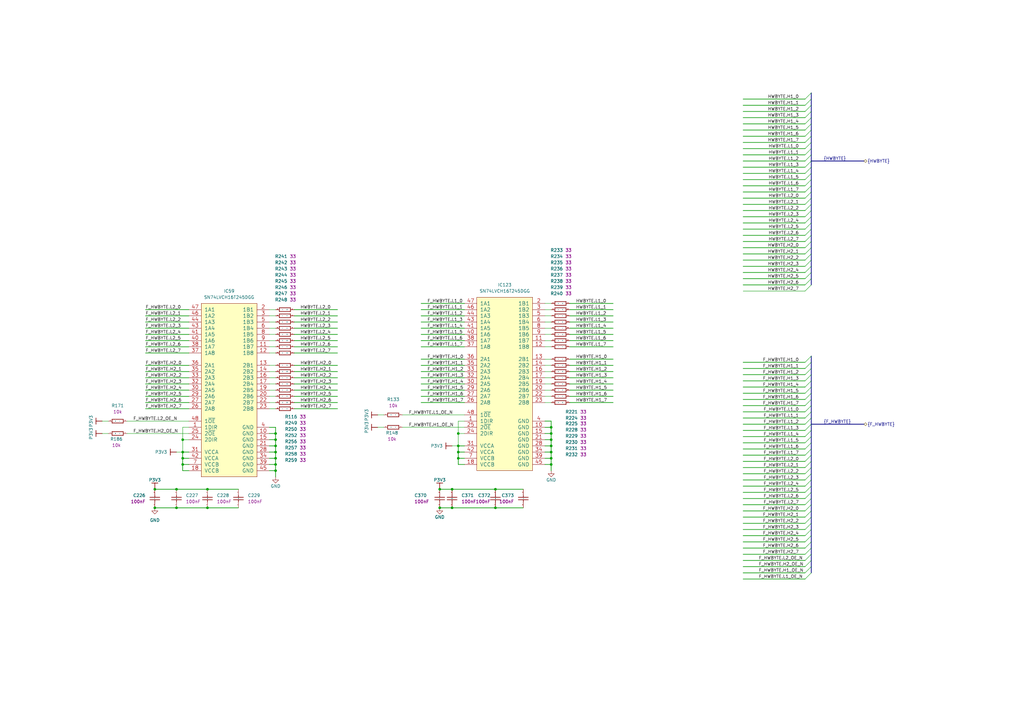
<source format=kicad_sch>
(kicad_sch (version 20250114) (generator "eeschema") (generator_version "9.0")
  (paper "A3")
  (title_block (title "VME buffers - P0 HWByte"))
  (junction (at 63.5 208.28))
  (junction (at 226.06 185.42))
  (junction (at 185.42 208.28))
  (junction (at 185.42 200.66))
  (junction (at 113.03 190.5))
  (junction (at 63.5 200.66))
  (junction (at 74.93 190.5))
  (junction (at 74.93 187.96))
  (junction (at 226.06 187.96))
  (junction (at 203.2 200.66))
  (junction (at 226.06 175.26))
  (junction (at 180.34 208.28))
  (junction (at 226.06 180.34))
  (junction (at 113.03 180.34))
  (junction (at 113.03 182.88))
  (junction (at 180.34 200.66))
  (junction (at 113.03 187.96))
  (junction (at 187.96 177.8))
  (junction (at 72.39 208.28))
  (junction (at 187.96 182.88))
  (junction (at 74.93 180.34))
  (junction (at 187.96 187.96))
  (junction (at 226.06 182.88))
  (junction (at 203.2 208.28))
  (junction (at 72.39 200.66))
  (junction (at 85.09 208.28))
  (junction (at 113.03 193.04))
  (junction (at 226.06 190.5))
  (junction (at 113.03 177.8))
  (junction (at 85.09 200.66))
  (junction (at 226.06 177.8))
  (junction (at 74.93 185.42))
  (junction (at 113.03 185.42))
  (junction (at 187.96 185.42))
  (bus_entry (at 330.2 48.26) (size 2.54 -2.54))
  (bus_entry (at 330.2 50.8) (size 2.54 -2.54))
  (bus_entry (at 330.2 166.37) (size 2.54 -2.54))
  (bus_entry (at 330.2 96.52) (size 2.54 -2.54))
  (bus_entry (at 330.2 204.47) (size 2.54 -2.54))
  (bus_entry (at 330.2 60.96) (size 2.54 -2.54))
  (bus_entry (at 330.2 58.42) (size 2.54 -2.54))
  (bus_entry (at 330.2 212.09) (size 2.54 -2.54))
  (bus_entry (at 330.2 161.29) (size 2.54 -2.54))
  (bus_entry (at 330.2 78.74) (size 2.54 -2.54))
  (bus_entry (at 330.2 101.6) (size 2.54 -2.54))
  (bus_entry (at 330.2 207.01) (size 2.54 -2.54))
  (bus_entry (at 330.2 234.95) (size 2.54 -2.54))
  (bus_entry (at 330.2 116.84) (size 2.54 -2.54))
  (bus_entry (at 330.2 91.44) (size 2.54 -2.54))
  (bus_entry (at 330.2 176.53) (size 2.54 -2.54))
  (bus_entry (at 330.2 99.06) (size 2.54 -2.54))
  (bus_entry (at 330.2 93.98) (size 2.54 -2.54))
  (bus_entry (at 330.2 224.79) (size 2.54 -2.54))
  (bus_entry (at 330.2 63.5) (size 2.54 -2.54))
  (bus_entry (at 330.2 201.93) (size 2.54 -2.54))
  (bus_entry (at 330.2 171.45) (size 2.54 -2.54))
  (bus_entry (at 330.2 151.13) (size 2.54 -2.54))
  (bus_entry (at 330.2 68.58) (size 2.54 -2.54))
  (bus_entry (at 330.2 109.22) (size 2.54 -2.54))
  (bus_entry (at 330.2 111.76) (size 2.54 -2.54))
  (bus_entry (at 330.2 173.99) (size 2.54 -2.54))
  (bus_entry (at 330.2 189.23) (size 2.54 -2.54))
  (bus_entry (at 330.2 73.66) (size 2.54 -2.54))
  (bus_entry (at 330.2 86.36) (size 2.54 -2.54))
  (bus_entry (at 330.2 184.15) (size 2.54 -2.54))
  (bus_entry (at 330.2 163.83) (size 2.54 -2.54))
  (bus_entry (at 330.2 229.87) (size 2.54 -2.54))
  (bus_entry (at 330.2 222.25) (size 2.54 -2.54))
  (bus_entry (at 330.2 179.07) (size 2.54 -2.54))
  (bus_entry (at 330.2 40.64) (size 2.54 -2.54))
  (bus_entry (at 330.2 71.12) (size 2.54 -2.54))
  (bus_entry (at 330.2 45.72) (size 2.54 -2.54))
  (bus_entry (at 330.2 227.33) (size 2.54 -2.54))
  (bus_entry (at 330.2 191.77) (size 2.54 -2.54))
  (bus_entry (at 330.2 104.14) (size 2.54 -2.54))
  (bus_entry (at 330.2 199.39) (size 2.54 -2.54))
  (bus_entry (at 330.2 158.75) (size 2.54 -2.54))
  (bus_entry (at 330.2 219.71) (size 2.54 -2.54))
  (bus_entry (at 330.2 76.2) (size 2.54 -2.54))
  (bus_entry (at 330.2 88.9) (size 2.54 -2.54))
  (bus_entry (at 330.2 214.63) (size 2.54 -2.54))
  (bus_entry (at 330.2 153.67) (size 2.54 -2.54))
  (bus_entry (at 330.2 156.21) (size 2.54 -2.54))
  (bus_entry (at 330.2 148.59) (size 2.54 -2.54))
  (bus_entry (at 330.2 168.91) (size 2.54 -2.54))
  (bus_entry (at 330.2 55.88) (size 2.54 -2.54))
  (bus_entry (at 330.2 43.18) (size 2.54 -2.54))
  (bus_entry (at 330.2 83.82) (size 2.54 -2.54))
  (bus_entry (at 330.2 232.41) (size 2.54 -2.54))
  (bus_entry (at 330.2 181.61) (size 2.54 -2.54))
  (bus_entry (at 330.2 81.28) (size 2.54 -2.54))
  (bus_entry (at 330.2 217.17) (size 2.54 -2.54))
  (bus_entry (at 330.2 194.31) (size 2.54 -2.54))
  (bus_entry (at 330.2 196.85) (size 2.54 -2.54))
  (bus_entry (at 330.2 66.04) (size 2.54 -2.54))
  (bus_entry (at 330.2 209.55) (size 2.54 -2.54))
  (bus_entry (at 330.2 119.38) (size 2.54 -2.54))
  (bus_entry (at 330.2 186.69) (size 2.54 -2.54))
  (bus_entry (at 330.2 237.49) (size 2.54 -2.54))
  (bus_entry (at 330.2 114.3) (size 2.54 -2.54))
  (bus_entry (at 330.2 53.34) (size 2.54 -2.54))
  (bus_entry (at 330.2 106.68) (size 2.54 -2.54))
  (wire (pts (xy 330.2 66.04) (xy 304.8 66.04)) (stroke (width 0.254)))
  (wire (pts (xy 330.2 227.33) (xy 304.8 227.33)) (stroke (width 0.254)))
  (wire (pts (xy 223.52 149.86) (xy 226.06 149.86)))
  (wire (pts (xy 330.2 68.58) (xy 304.8 68.58)) (stroke (width 0.254)))
  (bus (pts (xy 332.74 186.69) (xy 332.74 189.23)))
  (wire (pts (xy 330.2 151.13) (xy 304.8 151.13)) (stroke (width 0.254)))
  (wire (pts (xy 330.2 58.42) (xy 304.8 58.42)) (stroke (width 0.254)))
  (wire (pts (xy 110.49 157.48) (xy 113.03 157.48)))
  (wire (pts (xy 110.49 139.7) (xy 113.03 139.7)))
  (wire (pts (xy 233.68 147.32) (xy 251.46 147.32)) (stroke (width 0.254)))
  (wire (pts (xy 165.1 170.18) (xy 190.5 170.18)))
  (bus (pts (xy 332.74 151.13) (xy 332.74 153.67)))
  (wire (pts (xy 233.68 137.16) (xy 251.46 137.16)) (stroke (width 0.254)))
  (wire (pts (xy 233.68 157.48) (xy 251.46 157.48)) (stroke (width 0.254)))
  (wire (pts (xy 120.65 139.7) (xy 138.43 139.7)) (stroke (width 0.254)))
  (wire (pts (xy 113.03 187.96) (xy 113.03 190.5)) (stroke (width 0.254)))
  (wire (pts (xy 187.96 185.42) (xy 187.96 182.88)) (stroke (width 0.254)))
  (wire (pts (xy 330.2 88.9) (xy 304.8 88.9)) (stroke (width 0.254)))
  (bus (pts (xy 332.74 181.61) (xy 332.74 184.15)))
  (wire (pts (xy 330.2 179.07) (xy 304.8 179.07)) (stroke (width 0.254)))
  (bus (pts (xy 332.74 114.3) (xy 332.74 116.84)))
  (wire (pts (xy 203.2 200.66) (xy 214.63 200.66)) (stroke (width 0.254)))
  (wire (pts (xy 113.03 180.34) (xy 113.03 182.88)) (stroke (width 0.254)))
  (wire (pts (xy 110.49 167.64) (xy 113.03 167.64)))
  (bus (pts (xy 332.74 43.18) (xy 332.74 45.72)))
  (wire (pts (xy 113.03 190.5) (xy 113.03 193.04)) (stroke (width 0.254)))
  (bus (pts (xy 332.74 50.8) (xy 332.74 53.34)))
  (wire (pts (xy 120.65 152.4) (xy 138.43 152.4)) (stroke (width 0.254)))
  (wire (pts (xy 223.52 137.16) (xy 226.06 137.16)))
  (bus (pts (xy 332.74 173.99) (xy 332.74 176.53)))
  (bus (pts (xy 332.74 73.66) (xy 332.74 76.2)))
  (wire (pts (xy 330.2 83.82) (xy 304.8 83.82)) (stroke (width 0.254)))
  (bus (pts (xy 332.74 48.26) (xy 332.74 50.8)))
  (wire (pts (xy 330.2 168.91) (xy 304.8 168.91)) (stroke (width 0.254)))
  (wire (pts (xy 185.42 200.66) (xy 203.2 200.66)) (stroke (width 0.254)))
  (wire (pts (xy 223.52 185.42) (xy 226.06 185.42)) (stroke (width 0.254)))
  (bus (pts (xy 332.74 229.87) (xy 332.74 232.41)))
  (wire (pts (xy 330.2 73.66) (xy 304.8 73.66)) (stroke (width 0.254)))
  (wire (pts (xy 113.03 182.88) (xy 113.03 185.42)) (stroke (width 0.254)))
  (wire (pts (xy 172.72 142.24) (xy 190.5 142.24)) (stroke (width 0.254)))
  (wire (pts (xy 85.09 200.66) (xy 97.79 200.66)) (stroke (width 0.254)))
  (bus (pts (xy 332.74 212.09) (xy 332.74 214.63)))
  (wire (pts (xy 233.68 165.1) (xy 251.46 165.1)) (stroke (width 0.254)))
  (wire (pts (xy 330.2 232.41) (xy 304.8 232.41)) (stroke (width 0.254)))
  (wire (pts (xy 185.42 208.28) (xy 203.2 208.28)) (stroke (width 0.254)))
  (wire (pts (xy 172.72 154.94) (xy 190.5 154.94)) (stroke (width 0.254)))
  (wire (pts (xy 120.65 160.02) (xy 138.43 160.02)) (stroke (width 0.254)))
  (wire (pts (xy 190.5 185.42) (xy 187.96 185.42)) (stroke (width 0.254)))
  (wire (pts (xy 330.2 86.36) (xy 304.8 86.36)) (stroke (width 0.254)))
  (wire (pts (xy 72.39 208.28) (xy 85.09 208.28)) (stroke (width 0.254)))
  (wire (pts (xy 226.06 182.88) (xy 226.06 185.42)) (stroke (width 0.254)))
  (wire (pts (xy 330.2 194.31) (xy 304.8 194.31)) (stroke (width 0.254)))
  (wire (pts (xy 110.49 165.1) (xy 113.03 165.1)))
  (bus (pts (xy 332.74 179.07) (xy 332.74 181.61)))
  (bus (pts (xy 332.74 81.28) (xy 332.74 83.82)))
  (bus (pts (xy 332.74 55.88) (xy 332.74 58.42)))
  (bus (pts (xy 332.74 96.52) (xy 332.74 99.06)))
  (wire (pts (xy 330.2 184.15) (xy 304.8 184.15)) (stroke (width 0.254)))
  (bus (pts (xy 332.74 166.37) (xy 332.74 168.91)))
  (wire (pts (xy 59.69 154.94) (xy 77.47 154.94)) (stroke (width 0.254)))
  (wire (pts (xy 226.06 185.42) (xy 226.06 187.96)) (stroke (width 0.254)))
  (bus (pts (xy 332.74 53.34) (xy 332.74 55.88)))
  (wire (pts (xy 223.52 147.32) (xy 226.06 147.32)))
  (wire (pts (xy 120.65 162.56) (xy 138.43 162.56)) (stroke (width 0.254)))
  (wire (pts (xy 330.2 212.09) (xy 304.8 212.09)) (stroke (width 0.254)))
  (wire (pts (xy 172.72 124.46) (xy 190.5 124.46)) (stroke (width 0.254)))
  (bus (pts (xy 332.74 232.41) (xy 332.74 234.95)))
  (wire (pts (xy 110.49 152.4) (xy 113.03 152.4)))
  (wire (pts (xy 172.72 139.7) (xy 190.5 139.7)) (stroke (width 0.254)))
  (wire (pts (xy 77.47 193.04) (xy 74.93 193.04)) (stroke (width 0.254)))
  (wire (pts (xy 110.49 180.34) (xy 113.03 180.34)) (stroke (width 0.254)))
  (wire (pts (xy 110.49 132.08) (xy 113.03 132.08)))
  (bus (pts (xy 332.74 168.91) (xy 332.74 171.45)))
  (wire (pts (xy 223.52 127) (xy 226.06 127)))
  (wire (pts (xy 59.69 167.64) (xy 77.47 167.64)) (stroke (width 0.254)))
  (wire (pts (xy 330.2 186.69) (xy 304.8 186.69)) (stroke (width 0.254)))
  (wire (pts (xy 330.2 217.17) (xy 304.8 217.17)) (stroke (width 0.254)))
  (wire (pts (xy 120.65 127) (xy 138.43 127)) (stroke (width 0.254)))
  (wire (pts (xy 330.2 93.98) (xy 304.8 93.98)) (stroke (width 0.254)))
  (wire (pts (xy 110.49 154.94) (xy 113.03 154.94)))
  (wire (pts (xy 330.2 219.71) (xy 304.8 219.71)) (stroke (width 0.254)))
  (bus (pts (xy 332.74 91.44) (xy 332.74 93.98)))
  (bus (pts (xy 332.74 93.98) (xy 332.74 96.52)))
  (wire (pts (xy 330.2 45.72) (xy 304.8 45.72)) (stroke (width 0.254)))
  (bus (pts (xy 332.74 219.71) (xy 332.74 222.25)))
  (wire (pts (xy 226.06 177.8) (xy 226.06 180.34)) (stroke (width 0.254)))
  (bus (pts (xy 332.74 201.93) (xy 332.74 204.47)))
  (wire (pts (xy 172.72 132.08) (xy 190.5 132.08)) (stroke (width 0.254)))
  (wire (pts (xy 59.69 157.48) (xy 77.47 157.48)) (stroke (width 0.254)))
  (wire (pts (xy 330.2 156.21) (xy 304.8 156.21)) (stroke (width 0.254)))
  (wire (pts (xy 330.2 76.2) (xy 304.8 76.2)) (stroke (width 0.254)))
  (wire (pts (xy 59.69 127) (xy 77.47 127)) (stroke (width 0.254)))
  (wire (pts (xy 187.96 187.96) (xy 187.96 185.42)) (stroke (width 0.254)))
  (bus (pts (xy 332.74 146.05) (xy 332.74 148.59)))
  (wire (pts (xy 330.2 201.93) (xy 304.8 201.93)) (stroke (width 0.254)))
  (wire (pts (xy 330.2 209.55) (xy 304.8 209.55)) (stroke (width 0.254)))
  (wire (pts (xy 330.2 204.47) (xy 304.8 204.47)) (stroke (width 0.254)))
  (wire (pts (xy 330.2 237.49) (xy 304.8 237.49)) (stroke (width 0.254)))
  (wire (pts (xy 110.49 185.42) (xy 113.03 185.42)) (stroke (width 0.254)))
  (wire (pts (xy 154.94 170.18) (xy 157.48 170.18)))
  (wire (pts (xy 330.2 116.84) (xy 304.8 116.84)) (stroke (width 0.254)))
  (wire (pts (xy 59.69 162.56) (xy 77.47 162.56)) (stroke (width 0.254)))
  (wire (pts (xy 226.06 190.5) (xy 226.06 193.04)) (stroke (width 0.254)))
  (wire (pts (xy 113.03 177.8) (xy 113.03 180.34)) (stroke (width 0.254)))
  (wire (pts (xy 223.52 180.34) (xy 226.06 180.34)) (stroke (width 0.254)))
  (bus (pts (xy 332.74 214.63) (xy 332.74 217.17)))
  (wire (pts (xy 120.65 137.16) (xy 138.43 137.16)) (stroke (width 0.254)))
  (bus (pts (xy 332.74 156.21) (xy 332.74 158.75)))
  (wire (pts (xy 330.2 166.37) (xy 304.8 166.37)) (stroke (width 0.254)))
  (wire (pts (xy 63.5 208.28) (xy 72.39 208.28)) (stroke (width 0.254)))
  (wire (pts (xy 190.5 172.72) (xy 187.96 172.72)))
  (wire (pts (xy 120.65 144.78) (xy 138.43 144.78)) (stroke (width 0.254)))
  (wire (pts (xy 330.2 60.96) (xy 304.8 60.96)) (stroke (width 0.254)))
  (wire (pts (xy 233.68 124.46) (xy 251.46 124.46)) (stroke (width 0.254)))
  (bus (pts (xy 332.74 66.04) (xy 332.74 68.58)))
  (wire (pts (xy 190.5 187.96) (xy 187.96 187.96)) (stroke (width 0.254)))
  (wire (pts (xy 120.65 165.1) (xy 138.43 165.1)) (stroke (width 0.254)))
  (wire (pts (xy 59.69 139.7) (xy 77.47 139.7)) (stroke (width 0.254)))
  (wire (pts (xy 154.94 175.26) (xy 157.48 175.26)))
  (wire (pts (xy 233.68 134.62) (xy 251.46 134.62)) (stroke (width 0.254)))
  (wire (pts (xy 180.34 208.28) (xy 185.42 208.28)) (stroke (width 0.254)))
  (wire (pts (xy 223.52 142.24) (xy 226.06 142.24)))
  (wire (pts (xy 223.52 134.62) (xy 226.06 134.62)))
  (wire (pts (xy 110.49 144.78) (xy 113.03 144.78)))
  (wire (pts (xy 110.49 129.54) (xy 113.03 129.54)))
  (wire (pts (xy 85.09 208.28) (xy 97.79 208.28)) (stroke (width 0.254)))
  (wire (pts (xy 110.49 134.62) (xy 113.03 134.62)))
  (wire (pts (xy 110.49 177.8) (xy 113.03 177.8)) (stroke (width 0.254)))
  (bus (pts (xy 332.74 194.31) (xy 332.74 196.85)))
  (bus (pts (xy 332.74 68.58) (xy 332.74 71.12)))
  (wire (pts (xy 330.2 55.88) (xy 304.8 55.88)) (stroke (width 0.254)))
  (wire (pts (xy 113.03 185.42) (xy 113.03 187.96)) (stroke (width 0.254)))
  (wire (pts (xy 330.2 161.29) (xy 304.8 161.29)) (stroke (width 0.254)))
  (wire (pts (xy 120.65 132.08) (xy 138.43 132.08)) (stroke (width 0.254)))
  (wire (pts (xy 330.2 91.44) (xy 304.8 91.44)) (stroke (width 0.254)))
  (wire (pts (xy 110.49 162.56) (xy 113.03 162.56)))
  (bus (pts (xy 332.74 86.36) (xy 332.74 88.9)))
  (wire (pts (xy 330.2 191.77) (xy 304.8 191.77)) (stroke (width 0.254)))
  (wire (pts (xy 330.2 114.3) (xy 304.8 114.3)) (stroke (width 0.254)))
  (wire (pts (xy 223.52 175.26) (xy 226.06 175.26)) (stroke (width 0.254)))
  (wire (pts (xy 120.65 167.64) (xy 138.43 167.64)) (stroke (width 0.254)))
  (bus (pts (xy 332.74 199.39) (xy 332.74 201.93)))
  (wire (pts (xy 226.06 180.34) (xy 226.06 182.88)) (stroke (width 0.254)))
  (wire (pts (xy 304.8 119.38) (xy 330.2 119.38)))
  (wire (pts (xy 233.68 127) (xy 251.46 127)) (stroke (width 0.254)))
  (wire (pts (xy 185.42 182.88) (xy 187.96 182.88)))
  (bus (pts (xy 332.74 191.77) (xy 332.74 194.31)))
  (bus (pts (xy 332.74 60.96) (xy 332.74 63.5)))
  (wire (pts (xy 226.06 172.72) (xy 226.06 175.26)) (stroke (width 0.254)))
  (wire (pts (xy 330.2 96.52) (xy 304.8 96.52)) (stroke (width 0.254)))
  (wire (pts (xy 330.2 173.99) (xy 304.8 173.99)) (stroke (width 0.254)))
  (wire (pts (xy 190.5 182.88) (xy 187.96 182.88)) (stroke (width 0.254)))
  (wire (pts (xy 330.2 40.64) (xy 304.8 40.64)) (stroke (width 0.254)))
  (wire (pts (xy 120.65 149.86) (xy 138.43 149.86)) (stroke (width 0.254)))
  (wire (pts (xy 330.2 214.63) (xy 304.8 214.63)) (stroke (width 0.254)))
  (wire (pts (xy 223.52 172.72) (xy 226.06 172.72)) (stroke (width 0.254)))
  (wire (pts (xy 52.07 172.72) (xy 77.47 172.72)))
  (wire (pts (xy 330.2 176.53) (xy 304.8 176.53)) (stroke (width 0.254)))
  (wire (pts (xy 190.5 190.5) (xy 187.96 190.5)) (stroke (width 0.254)))
  (wire (pts (xy 59.69 165.1) (xy 77.47 165.1)) (stroke (width 0.254)))
  (wire (pts (xy 172.72 160.02) (xy 190.5 160.02)) (stroke (width 0.254)))
  (wire (pts (xy 59.69 160.02) (xy 77.47 160.02)) (stroke (width 0.254)))
  (wire (pts (xy 120.65 157.48) (xy 138.43 157.48)) (stroke (width 0.254)))
  (bus (pts (xy 332.74 222.25) (xy 332.74 224.79)))
  (wire (pts (xy 113.03 193.04) (xy 113.03 195.58)) (stroke (width 0.254)))
  (wire (pts (xy 172.72 137.16) (xy 190.5 137.16)) (stroke (width 0.254)))
  (wire (pts (xy 59.69 149.86) (xy 77.47 149.86)) (stroke (width 0.254)))
  (wire (pts (xy 74.93 180.34) (xy 74.93 185.42)))
  (wire (pts (xy 223.52 157.48) (xy 226.06 157.48)))
  (bus (pts (xy 332.74 217.17) (xy 332.74 219.71)))
  (wire (pts (xy 330.2 229.87) (xy 304.8 229.87)) (stroke (width 0.254)))
  (wire (pts (xy 233.68 129.54) (xy 251.46 129.54)) (stroke (width 0.254)))
  (bus (pts (xy 332.74 63.5) (xy 332.74 66.04)))
  (bus (pts (xy 332.74 163.83) (xy 332.74 166.37)))
  (wire (pts (xy 330.2 104.14) (xy 304.8 104.14)) (stroke (width 0.254)))
  (wire (pts (xy 72.39 185.42) (xy 74.93 185.42)))
  (bus (pts (xy 332.74 83.82) (xy 332.74 86.36)))
  (wire (pts (xy 110.49 190.5) (xy 113.03 190.5)) (stroke (width 0.254)))
  (wire (pts (xy 110.49 160.02) (xy 113.03 160.02)))
  (wire (pts (xy 223.52 129.54) (xy 226.06 129.54)))
  (wire (pts (xy 77.47 175.26) (xy 74.93 175.26)))
  (wire (pts (xy 233.68 160.02) (xy 251.46 160.02)) (stroke (width 0.254)))
  (bus (pts (xy 332.74 148.59) (xy 332.74 151.13)))
  (bus (pts (xy 332.74 88.9) (xy 332.74 91.44)))
  (wire (pts (xy 74.93 193.04) (xy 74.93 190.5)) (stroke (width 0.254)))
  (wire (pts (xy 330.2 222.25) (xy 304.8 222.25)) (stroke (width 0.254)))
  (wire (pts (xy 172.72 165.1) (xy 190.5 165.1)) (stroke (width 0.254)))
  (wire (pts (xy 165.1 175.26) (xy 190.5 175.26)))
  (wire (pts (xy 59.69 134.62) (xy 77.47 134.62)) (stroke (width 0.254)))
  (wire (pts (xy 330.2 189.23) (xy 304.8 189.23)) (stroke (width 0.254)))
  (bus (pts (xy 332.74 58.42) (xy 332.74 60.96)))
  (wire (pts (xy 110.49 193.04) (xy 113.03 193.04)) (stroke (width 0.254)))
  (bus (pts (xy 332.74 76.2) (xy 332.74 78.74)))
  (bus (pts (xy 332.74 40.64) (xy 332.74 43.18)))
  (bus (pts (xy 332.74 204.47) (xy 332.74 207.01)))
  (wire (pts (xy 120.65 142.24) (xy 138.43 142.24)) (stroke (width 0.254)))
  (bus (pts (xy 332.74 161.29) (xy 332.74 163.83)))
  (wire (pts (xy 223.52 190.5) (xy 226.06 190.5)) (stroke (width 0.254)))
  (wire (pts (xy 172.72 152.4) (xy 190.5 152.4)) (stroke (width 0.254)))
  (wire (pts (xy 330.2 63.5) (xy 304.8 63.5)) (stroke (width 0.254)))
  (wire (pts (xy 77.47 185.42) (xy 74.93 185.42)) (stroke (width 0.254)))
  (wire (pts (xy 330.2 53.34) (xy 304.8 53.34)) (stroke (width 0.254)))
  (bus (pts (xy 332.74 78.74) (xy 332.74 81.28)))
  (bus (pts (xy 332.74 153.67) (xy 332.74 156.21)))
  (wire (pts (xy 226.06 187.96) (xy 226.06 190.5)) (stroke (width 0.254)))
  (wire (pts (xy 59.69 132.08) (xy 77.47 132.08)) (stroke (width 0.254)))
  (wire (pts (xy 223.52 139.7) (xy 226.06 139.7)))
  (bus (pts (xy 332.74 45.72) (xy 332.74 48.26)))
  (wire (pts (xy 330.2 163.83) (xy 304.8 163.83)) (stroke (width 0.254)))
  (wire (pts (xy 223.52 124.46) (xy 226.06 124.46)))
  (wire (pts (xy 330.2 199.39) (xy 304.8 199.39)) (stroke (width 0.254)))
  (bus (pts (xy 332.74 109.22) (xy 332.74 111.76)))
  (wire (pts (xy 187.96 190.5) (xy 187.96 187.96)) (stroke (width 0.254)))
  (wire (pts (xy 74.93 190.5) (xy 74.93 187.96)) (stroke (width 0.254)))
  (bus (pts (xy 332.74 101.6) (xy 332.74 104.14)))
  (wire (pts (xy 233.68 162.56) (xy 251.46 162.56)) (stroke (width 0.254)))
  (wire (pts (xy 203.2 208.28) (xy 214.63 208.28)) (stroke (width 0.254)))
  (wire (pts (xy 187.96 172.72) (xy 187.96 177.8)))
  (wire (pts (xy 172.72 127) (xy 190.5 127)) (stroke (width 0.254)))
  (wire (pts (xy 330.2 196.85) (xy 304.8 196.85)) (stroke (width 0.254)))
  (wire (pts (xy 223.52 182.88) (xy 226.06 182.88)) (stroke (width 0.254)))
  (bus (pts (xy 332.74 171.45) (xy 332.74 173.99)))
  (wire (pts (xy 330.2 99.06) (xy 304.8 99.06)) (stroke (width 0.254)))
  (wire (pts (xy 74.93 175.26) (xy 74.93 180.34)))
  (wire (pts (xy 59.69 137.16) (xy 77.47 137.16)) (stroke (width 0.254)))
  (wire (pts (xy 187.96 177.8) (xy 187.96 182.88)))
  (bus (pts (xy 332.74 99.06) (xy 332.74 101.6)))
  (bus (pts (xy 332.74 209.55) (xy 332.74 212.09)))
  (wire (pts (xy 233.68 139.7) (xy 251.46 139.7)) (stroke (width 0.254)))
  (wire (pts (xy 172.72 162.56) (xy 190.5 162.56)) (stroke (width 0.254)))
  (wire (pts (xy 172.72 157.48) (xy 190.5 157.48)) (stroke (width 0.254)))
  (wire (pts (xy 330.2 106.68) (xy 304.8 106.68)) (stroke (width 0.254)))
  (wire (pts (xy 226.06 175.26) (xy 226.06 177.8)) (stroke (width 0.254)))
  (wire (pts (xy 110.49 137.16) (xy 113.03 137.16)))
  (bus (pts (xy 332.74 38.1) (xy 332.74 40.64)))
  (wire (pts (xy 330.2 111.76) (xy 304.8 111.76)) (stroke (width 0.254)))
  (bus (pts (xy 354.33 173.99) (xy 332.74 173.99)))
  (wire (pts (xy 330.2 148.59) (xy 304.8 148.59)) (stroke (width 0.254)))
  (wire (pts (xy 172.72 147.32) (xy 190.5 147.32)) (stroke (width 0.254)))
  (wire (pts (xy 110.49 182.88) (xy 113.03 182.88)) (stroke (width 0.254)))
  (wire (pts (xy 330.2 234.95) (xy 304.8 234.95)) (stroke (width 0.254)))
  (wire (pts (xy 110.49 127) (xy 113.03 127)))
  (bus (pts (xy 354.33 66.04) (xy 332.74 66.04)))
  (wire (pts (xy 120.65 154.94) (xy 138.43 154.94)) (stroke (width 0.254)))
  (wire (pts (xy 59.69 142.24) (xy 77.47 142.24)) (stroke (width 0.254)))
  (wire (pts (xy 330.2 224.79) (xy 304.8 224.79)) (stroke (width 0.254)))
  (wire (pts (xy 330.2 78.74) (xy 304.8 78.74)) (stroke (width 0.254)))
  (wire (pts (xy 223.52 187.96) (xy 226.06 187.96)) (stroke (width 0.254)))
  (wire (pts (xy 330.2 101.6) (xy 304.8 101.6)) (stroke (width 0.254)))
  (wire (pts (xy 59.69 152.4) (xy 77.47 152.4)) (stroke (width 0.254)))
  (bus (pts (xy 332.74 196.85) (xy 332.74 199.39)))
  (wire (pts (xy 330.2 71.12) (xy 304.8 71.12)) (stroke (width 0.254)))
  (bus (pts (xy 332.74 111.76) (xy 332.74 114.3)))
  (bus (pts (xy 332.74 71.12) (xy 332.74 73.66)))
  (wire (pts (xy 233.68 152.4) (xy 251.46 152.4)) (stroke (width 0.254)))
  (wire (pts (xy 330.2 153.67) (xy 304.8 153.67)) (stroke (width 0.254)))
  (wire (pts (xy 330.2 43.18) (xy 304.8 43.18)) (stroke (width 0.254)))
  (wire (pts (xy 233.68 142.24) (xy 251.46 142.24)) (stroke (width 0.254)))
  (bus (pts (xy 332.74 207.01) (xy 332.74 209.55)))
  (wire (pts (xy 223.52 165.1) (xy 226.06 165.1)))
  (wire (pts (xy 330.2 207.01) (xy 304.8 207.01)) (stroke (width 0.254)))
  (wire (pts (xy 77.47 190.5) (xy 74.93 190.5)) (stroke (width 0.254)))
  (wire (pts (xy 330.2 158.75) (xy 304.8 158.75)) (stroke (width 0.254)))
  (bus (pts (xy 332.74 227.33) (xy 332.74 229.87)))
  (bus (pts (xy 332.74 176.53) (xy 332.74 179.07)))
  (wire (pts (xy 223.52 132.08) (xy 226.06 132.08)))
  (wire (pts (xy 223.52 154.94) (xy 226.06 154.94)))
  (wire (pts (xy 330.2 50.8) (xy 304.8 50.8)) (stroke (width 0.254)))
  (wire (pts (xy 172.72 134.62) (xy 190.5 134.62)) (stroke (width 0.254)))
  (wire (pts (xy 233.68 132.08) (xy 251.46 132.08)) (stroke (width 0.254)))
  (bus (pts (xy 332.74 224.79) (xy 332.74 227.33)))
  (wire (pts (xy 77.47 180.34) (xy 74.93 180.34)))
  (wire (pts (xy 72.39 200.66) (xy 85.09 200.66)) (stroke (width 0.254)))
  (wire (pts (xy 77.47 187.96) (xy 74.93 187.96)) (stroke (width 0.254)))
  (wire (pts (xy 41.91 177.8) (xy 44.45 177.8)))
  (wire (pts (xy 330.2 48.26) (xy 304.8 48.26)) (stroke (width 0.254)))
  (wire (pts (xy 330.2 181.61) (xy 304.8 181.61)) (stroke (width 0.254)))
  (wire (pts (xy 120.65 129.54) (xy 138.43 129.54)) (stroke (width 0.254)))
  (wire (pts (xy 223.52 177.8) (xy 226.06 177.8)) (stroke (width 0.254)))
  (wire (pts (xy 330.2 109.22) (xy 304.8 109.22)) (stroke (width 0.254)))
  (wire (pts (xy 233.68 154.94) (xy 251.46 154.94)) (stroke (width 0.254)))
  (wire (pts (xy 59.69 129.54) (xy 77.47 129.54)) (stroke (width 0.254)))
  (wire (pts (xy 110.49 187.96) (xy 113.03 187.96)) (stroke (width 0.254)))
  (wire (pts (xy 110.49 175.26) (xy 113.03 175.26)) (stroke (width 0.254)))
  (wire (pts (xy 330.2 81.28) (xy 304.8 81.28)) (stroke (width 0.254)))
  (wire (pts (xy 172.72 149.86) (xy 190.5 149.86)) (stroke (width 0.254)))
  (wire (pts (xy 330.2 171.45) (xy 304.8 171.45)) (stroke (width 0.254)))
  (bus (pts (xy 332.74 104.14) (xy 332.74 106.68)))
  (wire (pts (xy 74.93 187.96) (xy 74.93 185.42)) (stroke (width 0.254)))
  (bus (pts (xy 332.74 158.75) (xy 332.74 161.29)))
  (wire (pts (xy 233.68 149.86) (xy 251.46 149.86)) (stroke (width 0.254)))
  (wire (pts (xy 110.49 149.86) (xy 113.03 149.86)))
  (wire (pts (xy 63.5 200.66) (xy 72.39 200.66)) (stroke (width 0.254)))
  (wire (pts (xy 223.52 160.02) (xy 226.06 160.02)))
  (wire (pts (xy 41.91 172.72) (xy 44.45 172.72)))
  (wire (pts (xy 223.52 162.56) (xy 226.06 162.56)))
  (wire (pts (xy 180.34 200.66) (xy 185.42 200.66)) (stroke (width 0.254)))
  (wire (pts (xy 190.5 177.8) (xy 187.96 177.8)))
  (wire (pts (xy 59.69 144.78) (xy 77.47 144.78)) (stroke (width 0.254)))
  (bus (pts (xy 332.74 184.15) (xy 332.74 186.69)))
  (wire (pts (xy 113.03 175.26) (xy 113.03 177.8)) (stroke (width 0.254)))
  (wire (pts (xy 110.49 142.24) (xy 113.03 142.24)))
  (bus (pts (xy 332.74 189.23) (xy 332.74 191.77)))
  (bus (pts (xy 332.74 106.68) (xy 332.74 109.22)))
  (wire (pts (xy 223.52 152.4) (xy 226.06 152.4)))
  (wire (pts (xy 52.07 177.8) (xy 77.47 177.8)))
  (wire (pts (xy 172.72 129.54) (xy 190.5 129.54)) (stroke (width 0.254)))
  (wire (pts (xy 120.65 134.62) (xy 138.43 134.62)) (stroke (width 0.254)))
  (label "F_HWBYTE.L2_4" (at 59.69 137.16 0))
  (label "F_HWBYTE.L2_3" (at 327.66 196.85 180))
  (label "F_HWBYTE.L2_4" (at 327.66 199.39 180))
  (label "HWBYTE.L1_4" (at 236.22 134.62 0))
  (label "HWBYTE.L2_3" (at 123.19 134.62 0))
  (label "HWBYTE.H2_3" (at 327.66 109.22 180))
  (label "F_HWBYTE.H2_0" (at 327.66 209.55 180))
  (label "F_HWBYTE.H2_7" (at 59.69 167.64 0))
  (label "F_HWBYTE.H2_OE_N" (at 311.15 232.41 0))
  (label "F_HWBYTE.L2_6" (at 327.66 204.47 180))
  (label "F_HWBYTE.H2_OE_N" (at 54.61 177.8 0))
  (label "F_HWBYTE.L1_7" (at 175.26 142.24 0))
  (label "F_HWBYTE.H1_1" (at 175.26 149.86 0))
  (label "HWBYTE.H1_2" (at 236.22 152.4 0))
  (label "HWBYTE.L1_2" (at 327.66 66.04 180))
  (label "F_HWBYTE.H2_7" (at 327.66 227.33 180))
  (label "F_HWBYTE.H1_0" (at 327.66 148.59 180))
  (label "HWBYTE.L2_6" (at 123.19 142.24 0))
  (label "HWBYTE.H2_2" (at 327.66 106.68 180))
  (label "HWBYTE.H1_7" (at 327.66 58.42 180))
  (label "F_HWBYTE.L2_2" (at 327.66 194.31 180))
  (label "F_HWBYTE.H2_6" (at 327.66 224.79 180))
  (label "F_HWBYTE.L1_0" (at 327.66 168.91 180))
  (label "F_HWBYTE.L2_3" (at 59.69 134.62 0))
  (label "F_HWBYTE.H2_2" (at 59.69 154.94 0))
  (label "F_HWBYTE.L1_1" (at 175.26 127 0))
  (label "HWBYTE.L1_7" (at 236.22 142.24 0))
  (label "F_HWBYTE.H1_1" (at 327.66 151.13 180))
  (label "HWBYTE.L1_6" (at 236.22 139.7 0))
  (label "F_HWBYTE.L2_1" (at 59.69 129.54 0))
  (label "HWBYTE.L2_0" (at 327.66 81.28 180))
  (label "HWBYTE.L1_4" (at 327.66 71.12 180))
  (label "F_HWBYTE.H2_0" (at 59.69 149.86 0))
  (label "F_HWBYTE.H2_4" (at 59.69 160.02 0))
  (label "HWBYTE.H2_1" (at 123.19 152.4 0))
  (label "F_HWBYTE.L1_5" (at 175.26 137.16 0))
  (label "F_HWBYTE.L1_3" (at 175.26 132.08 0))
  (label "F_HWBYTE.H1_3" (at 175.26 154.94 0))
  (label "F_HWBYTE.H1_5" (at 175.26 160.02 0))
  (label "HWBYTE.L1_0" (at 327.66 60.96 180))
  (label "F_HWBYTE.H1_4" (at 327.66 158.75 180))
  (label "HWBYTE.L2_5" (at 123.19 139.7 0))
  (label "HWBYTE.H2_2" (at 123.19 154.94 0))
  (label "F_HWBYTE.H1_6" (at 327.66 163.83 180))
  (label "F_HWBYTE.H1_5" (at 327.66 161.29 180))
  (label "F_HWBYTE.H1_4" (at 175.26 157.48 0))
  (label "F_HWBYTE.H1_6" (at 175.26 162.56 0))
  (label "HWBYTE.H2_3" (at 123.19 157.48 0))
  (label "F_HWBYTE.H2_1" (at 59.69 152.4 0))
  (label "F_HWBYTE.L2_OE_N" (at 311.15 229.87 0))
  (label "F_HWBYTE.H1_OE_N" (at 167.64 175.26 0))
  (label "HWBYTE.L1_1" (at 327.66 63.5 180))
  (label "F_HWBYTE.L2_5" (at 327.66 201.93 180))
  (label "F_HWBYTE.H1_7" (at 327.66 166.37 180))
  (label "HWBYTE.H2_0" (at 327.66 101.6 180))
  (label "F_HWBYTE.H2_5" (at 59.69 162.56 0))
  (label "F_HWBYTE.H2_2" (at 327.66 214.63 180))
  (label "F_HWBYTE.L2_5" (at 59.69 139.7 0))
  (label "HWBYTE.L2_2" (at 123.19 132.08 0))
  (label "{HWBYTE}" (at 337.82 66.04 0))
  (label "HWBYTE.H1_5" (at 236.22 160.02 0))
  (label "HWBYTE.L1_7" (at 327.66 78.74 180))
  (label "HWBYTE.H2_6" (at 123.19 165.1 0))
  (label "HWBYTE.H1_3" (at 327.66 48.26 180))
  (label "HWBYTE.L2_4" (at 327.66 91.44 180))
  (label "F_HWBYTE.L2_1" (at 327.66 191.77 180))
  (label "HWBYTE.H2_6" (at 327.66 116.84 180))
  (label "HWBYTE.L2_1" (at 123.19 129.54 0))
  (label "HWBYTE.L2_1" (at 327.66 83.82 180))
  (label "HWBYTE.H1_1" (at 236.22 149.86 0))
  (label "HWBYTE.H2_5" (at 123.19 162.56 0))
  (label "HWBYTE.L2_4" (at 123.19 137.16 0))
  (label "F_HWBYTE.L2_7" (at 327.66 207.01 180))
  (label "F_HWBYTE.H2_4" (at 327.66 219.71 180))
  (label "F_HWBYTE.L1_4" (at 327.66 179.07 180))
  (label "HWBYTE.L1_1" (at 236.22 127 0))
  (label "HWBYTE.L1_3" (at 236.22 132.08 0))
  (label "F_HWBYTE.H1_OE_N" (at 311.15 234.95 0))
  (label "HWBYTE.L1_2" (at 236.22 129.54 0))
  (label "HWBYTE.H1_4" (at 327.66 50.8 180))
  (label "HWBYTE.H1_6" (at 236.22 162.56 0))
  (label "F_HWBYTE.L1_0" (at 175.26 124.46 0))
  (label "F_HWBYTE.L1_3" (at 327.66 176.53 180))
  (label "{F_HWBYTE}" (at 337.82 173.99 0))
  (label "HWBYTE.H1_2" (at 327.66 45.72 180))
  (label "HWBYTE.H1_6" (at 327.66 55.88 180))
  (label "HWBYTE.L1_5" (at 236.22 137.16 0))
  (label "F_HWBYTE.H2_3" (at 59.69 157.48 0))
  (label "HWBYTE.H2_1" (at 327.66 104.14 180))
  (label "HWBYTE.H1_0" (at 327.66 40.64 180))
  (label "F_HWBYTE.L1_6" (at 327.66 184.15 180))
  (label "F_HWBYTE.L1_OE_N" (at 167.64 170.18 0))
  (label "F_HWBYTE.L1_1" (at 327.66 171.45 180))
  (label "HWBYTE.L2_7" (at 327.66 99.06 180))
  (label "F_HWBYTE.L2_7" (at 59.69 144.78 0))
  (label "F_HWBYTE.H1_2" (at 327.66 153.67 180))
  (label "F_HWBYTE.L1_2" (at 327.66 173.99 180))
  (label "F_HWBYTE.L2_6" (at 59.69 142.24 0))
  (label "HWBYTE.H2_5" (at 327.66 114.3 180))
  (label "F_HWBYTE.H1_2" (at 175.26 152.4 0))
  (label "HWBYTE.H1_0" (at 236.22 147.32 0))
  (label "F_HWBYTE.L1_5" (at 327.66 181.61 180))
  (label "HWBYTE.H2_4" (at 123.19 160.02 0))
  (label "HWBYTE.H2_7" (at 327.66 119.38 180))
  (label "F_HWBYTE.L1_2" (at 175.26 129.54 0))
  (label "HWBYTE.H2_7" (at 123.19 167.64 0))
  (label "F_HWBYTE.L2_OE_N" (at 54.61 172.72 0))
  (label "HWBYTE.L2_6" (at 327.66 96.52 180))
  (label "HWBYTE.H1_1" (at 327.66 43.18 180))
  (label "F_HWBYTE.H2_1" (at 327.66 212.09 180))
  (label "HWBYTE.H1_7" (at 236.22 165.1 0))
  (label "HWBYTE.L2_5" (at 327.66 93.98 180))
  (label "F_HWBYTE.L2_0" (at 59.69 127 0))
  (label "F_HWBYTE.H2_6" (at 59.69 165.1 0))
  (label "HWBYTE.L1_3" (at 327.66 68.58 180))
  (label "HWBYTE.H2_4" (at 327.66 111.76 180))
  (label "HWBYTE.L1_0" (at 236.22 124.46 0))
  (label "F_HWBYTE.L2_2" (at 59.69 132.08 0))
  (label "HWBYTE.L2_3" (at 327.66 88.9 180))
  (label "HWBYTE.L2_2" (at 327.66 86.36 180))
  (label "F_HWBYTE.H1_7" (at 175.26 165.1 0))
  (label "HWBYTE.H2_0" (at 123.19 149.86 0))
  (label "HWBYTE.L1_5" (at 327.66 73.66 180))
  (label "F_HWBYTE.L1_OE_N" (at 311.15 237.49 0))
  (label "HWBYTE.H1_3" (at 236.22 154.94 0))
  (label "HWBYTE.H1_5" (at 327.66 53.34 180))
  (label "HWBYTE.H1_4" (at 236.22 157.48 0))
  (label "F_HWBYTE.H1_3" (at 327.66 156.21 180))
  (label "F_HWBYTE.H2_5" (at 327.66 222.25 180))
  (label "F_HWBYTE.L2_0" (at 327.66 189.23 180))
  (label "HWBYTE.L2_7" (at 123.19 144.78 0))
  (label "F_HWBYTE.H1_0" (at 175.26 147.32 0))
  (label "F_HWBYTE.L1_7" (at 327.66 186.69 180))
  (label "F_HWBYTE.L1_4" (at 175.26 134.62 0))
  (label "HWBYTE.L2_0" (at 123.19 127 0))
  (label "HWBYTE.L1_6" (at 327.66 76.2 180))
  (label "F_HWBYTE.L1_6" (at 175.26 139.7 0))
  (label "F_HWBYTE.H2_3" (at 327.66 217.17 180))
  (hierarchical_label "{F_HWBYTE}" (shape bidirectional) (at 354.33 173.99 0))
  (hierarchical_label "{HWBYTE}" (shape bidirectional) (at 354.33 66.04 0))
  (symbol (lib_id "power:GND") (at 226.06 193.04 0) (unit 1)
    (property "Reference" "#PWR0693" (effects (hide yes)))
    (property "Value" "GND" (at 226.06 196.85 0))
    (instances (project "dupa" (path "" (reference "#PWR?") (unit 1))) (project "vme-wren" (path "" (reference "#PWR0693") (unit 1))))
  )
  (symbol (lib_id "Standard Logic:SN74LVCH16T245DGG") (at 195.58 121.92 0) (unit 1)
    (property "Reference" "IC123" (at 207.01 116.84 0))
    (property "Value" "SN74LVCH16T245DGG" (at 207.01 119.38 0))
    (property "Footprint" "ICs And Semiconductors SMD:SOP50P810X120-48N" (effects (hide yes)))
    (property "Description" "SN74LVCH16T245DGG" (effects (hide yes)))
    (property "Library Ref" "7416T245" (effects (hide yes)))
    (property "Library Path" "SchLib\\Standard Logic.SchLib" (effects (hide yes)))
    (property "Comment" "SN74LVCH16T245DGG" (effects (hide yes)))
    (property "Component Kind" "Standard" (effects (hide yes)))
    (property "Component Type" "Standard" (effects (hide yes)))
    (property "Device" "SN74LVCH16T245DGG" (effects (hide yes)))
    (property "PackageDescription" "SOP, 48-Leads, Body 12.6x6.2mm (max), Pitch 0.50mm, IPC Medium Density" (effects (hide yes)))
    (property "Status" " " (effects (hide yes)))
    (property "Part Description" "16-Bit Dual-Supply Bus Transceiver with Configurable Voltage Translation and 3-State Outputs" (effects (hide yes)))
    (property "Manufacturer" "TEXAS INSTRUMENTS" (effects (hide yes)))
    (property "Manufacturer Part Number" "SN74LVCH16T245DGG" (effects (hide yes)))
    (property "Pin Count" "48" (effects (hide yes)))
    (property "Case" "TSSOP48" (effects (hide yes)))
    (property "Mounted" "Yes" (effects (hide yes)))
    (property "Socket" "No" (effects (hide yes)))
    (property "SMD" "Yes" (effects (hide yes)))
    (property "PressFit" "No" (effects (hide yes)))
    (property "Sense" "No" (effects (hide yes)))
    (property "Sense Comment" " " (effects (hide yes)))
    (property "Bonding" "No" (effects (hide yes)))
    (property "Status Comment" " " (effects (hide yes)))
    (property "ComponentHeight" "1.2mm" (effects (hide yes)))
    (property "Footprint Path" "PcbLib\\ICs And Semiconductors SMD.PcbLib" (effects (hide yes)))
    (property "Footprint Ref" "SOP50P810X120-48N" (effects (hide yes)))
    (property "Author" "CERN DEM HF" (effects (hide yes)))
    (property "ComponentLink1URL" " " (effects (hide yes)))
    (property "ComponentLink1Description" " " (effects (hide yes)))
    (property "ComponentLink2URL" " " (effects (hide yes)))
    (property "ComponentLink2Description" " " (effects (hide yes)))
    (property "CreateDate" "03/29/22 00:00:00" (effects (hide yes)))
    (property "LatestRevisionDate" "03/29/22 00:00:00" (effects (hide yes)))
    (property "SCEM" " " (effects (hide yes)))
    (property "Database Table Name" "ICs And Semiconductors" (effects (hide yes)))
    (property "Library Name" "Standard Logic" (effects (hide yes)))
    (property "Footprint Library" "ICs And Semiconductors SMD" (effects (hide yes)))
    (property "License" "CC-BY-SA 4.0" (effects (hide yes)))
  )
  (symbol (lib_id "Resistors SMD:R0402_33R_1%_0.0625W_100PPM") (at 113.03 149.86 0) (unit 1)
    (property "Reference" "R116" (at 119.38 170.942 0))
    (property "Value" "R0402_33R_1%_0.0625W_100PPM" (effects (hide yes)))
    (property "Footprint" "Resistors SMD:RESC1005X40N" (effects (hide yes)))
    (property "Description" "±1%" (effects (hide yes)))
    (property "Val" "33" (at 124.206 170.942 0))
    (property "Part Number" "R0402_33R_1%_0.0625W_100PPM" (effects (hide yes)))
    (property "Library Ref" "Resistor - 1%" (effects (hide yes)))
    (property "Library Path" "SchLib\\Resistors.SchLib" (effects (hide yes)))
    (property "Comment" "33" (effects (hide yes)))
    (property "Component Kind" "Standard" (effects (hide yes)))
    (property "Component Type" "Standard" (effects (hide yes)))
    (property "PackageDescription" " " (effects (hide yes)))
    (property "Pin Count" "2" (effects (hide yes)))
    (property "Footprint Path" "PcbLib\\Resistors SMD.PcbLib" (effects (hide yes)))
    (property "Footprint Ref" "RESC1005X40N" (effects (hide yes)))
    (property "Status" "Not Recommended" (effects (hide yes)))
    (property "Power" "0.0625W" (effects (hide yes)))
    (property "Voltage" " " (effects (hide yes)))
    (property "Tolerance" "±1%" (effects (hide yes)))
    (property "Part Description" "General Purpose Thick Film Chip Resistor" (effects (hide yes)))
    (property "Manufacturer" "GENERIC" (effects (hide yes)))
    (property "Manufacturer Part Number" "R0402_33R_1%_0.0625W_100PPM" (effects (hide yes)))
    (property "Case" "0402" (effects (hide yes)))
    (property "PressFit" "No" (effects (hide yes)))
    (property "Mounted" "Yes" (effects (hide yes)))
    (property "Sense Comment" " " (effects (hide yes)))
    (property "Sense" "No" (effects (hide yes)))
    (property "Status Comment" " " (effects (hide yes)))
    (property "Socket" "No" (effects (hide yes)))
    (property "SMD" "Yes" (effects (hide yes)))
    (property "ComponentHeight" " " (effects (hide yes)))
    (property "Manufacturer1 Example" "YAGEO PHYCOMP" (effects (hide yes)))
    (property "Manufacturer1 Part Number" "232270673309L" (effects (hide yes)))
    (property "Manufacturer1 ComponentHeight" "0.4mm" (effects (hide yes)))
    (property "Author" "CERN DEM JLC" (effects (hide yes)))
    (property "CreateDate" "12/03/07 00:00:00" (effects (hide yes)))
    (property "LatestRevisionDate" "10/17/12 00:00:00" (effects (hide yes)))
    (property "Database Table Name" "Resistors" (effects (hide yes)))
    (property "Library Name" "Resistors SMD" (effects (hide yes)))
    (property "Footprint Library" "Resistors SMD" (effects (hide yes)))
    (property "License" "CC-BY-SA 4.0" (effects (hide yes)))
  )
  (symbol (lib_id "Resistors SMD:R0402_33R_1%_0.0625W_100PPM") (at 113.03 152.4 0) (unit 1)
    (property "Reference" "R249" (at 119.38 173.482 0))
    (property "Value" "R0402_33R_1%_0.0625W_100PPM" (effects (hide yes)))
    (property "Footprint" "Resistors SMD:RESC1005X40N" (effects (hide yes)))
    (property "Description" "±1%" (effects (hide yes)))
    (property "Val" "33" (at 124.206 173.482 0))
    (property "Part Number" "R0402_33R_1%_0.0625W_100PPM" (effects (hide yes)))
    (property "Library Ref" "Resistor - 1%" (effects (hide yes)))
    (property "Library Path" "SchLib\\Resistors.SchLib" (effects (hide yes)))
    (property "Comment" "33" (effects (hide yes)))
    (property "Component Kind" "Standard" (effects (hide yes)))
    (property "Component Type" "Standard" (effects (hide yes)))
    (property "PackageDescription" " " (effects (hide yes)))
    (property "Pin Count" "2" (effects (hide yes)))
    (property "Footprint Path" "PcbLib\\Resistors SMD.PcbLib" (effects (hide yes)))
    (property "Footprint Ref" "RESC1005X40N" (effects (hide yes)))
    (property "Status" "Not Recommended" (effects (hide yes)))
    (property "Power" "0.0625W" (effects (hide yes)))
    (property "Voltage" " " (effects (hide yes)))
    (property "Tolerance" "±1%" (effects (hide yes)))
    (property "Part Description" "General Purpose Thick Film Chip Resistor" (effects (hide yes)))
    (property "Manufacturer" "GENERIC" (effects (hide yes)))
    (property "Manufacturer Part Number" "R0402_33R_1%_0.0625W_100PPM" (effects (hide yes)))
    (property "Case" "0402" (effects (hide yes)))
    (property "PressFit" "No" (effects (hide yes)))
    (property "Mounted" "Yes" (effects (hide yes)))
    (property "Sense Comment" " " (effects (hide yes)))
    (property "Sense" "No" (effects (hide yes)))
    (property "Status Comment" " " (effects (hide yes)))
    (property "Socket" "No" (effects (hide yes)))
    (property "SMD" "Yes" (effects (hide yes)))
    (property "ComponentHeight" " " (effects (hide yes)))
    (property "Manufacturer1 Example" "YAGEO PHYCOMP" (effects (hide yes)))
    (property "Manufacturer1 Part Number" "232270673309L" (effects (hide yes)))
    (property "Manufacturer1 ComponentHeight" "0.4mm" (effects (hide yes)))
    (property "Author" "CERN DEM JLC" (effects (hide yes)))
    (property "CreateDate" "12/03/07 00:00:00" (effects (hide yes)))
    (property "LatestRevisionDate" "10/17/12 00:00:00" (effects (hide yes)))
    (property "Database Table Name" "Resistors" (effects (hide yes)))
    (property "Library Name" "Resistors SMD" (effects (hide yes)))
    (property "Footprint Library" "Resistors SMD" (effects (hide yes)))
    (property "License" "CC-BY-SA 4.0" (effects (hide yes)))
  )
  (symbol (lib_id "Capacitors SMD:CC0402_100NF_16V_10%_X7R") (at 63.5 208.28 90) (unit 1)
    (property "Reference" "C226" (at 59.69 203.1999 90) (effects (justify left)))
    (property "Value" "CC0402_100NF_16V_10%_X7R" (effects (hide yes)))
    (property "Footprint" "Capacitors SMD:CAPC1005X55N" (effects (hide yes)))
    (property "Description" "100nF" (at 59.69 205.7399 90) (effects (justify left)))
    (property "SMD" "Yes" (effects (hide yes)))
    (property "Part Number" "CC0402_100NF_16V_10%_X7R" (effects (hide yes)))
    (property "Library Ref" "Capacitor - non polarized" (effects (hide yes)))
    (property "Library Path" "SchLib\\Capacitors.SchLib" (effects (hide yes)))
    (property "Comment" "100nF" (effects (hide yes)))
    (property "Component Kind" "Standard" (effects (hide yes)))
    (property "Component Type" "Standard" (effects (hide yes)))
    (property "Pin Count" "2" (effects (hide yes)))
    (property "Footprint Path" "PcbLib\\Capacitors SMD.PcbLib" (effects (hide yes)))
    (property "Footprint Ref" "CAPC1005X55N" (effects (hide yes)))
    (property "PackageDescription" " " (effects (hide yes)))
    (property "Status" "Not Recommended" (effects (hide yes)))
    (property "Status Comment" " " (effects (hide yes)))
    (property "Voltage" "16V" (effects (hide yes)))
    (property "Tolerance" "±10%" (effects (hide yes)))
    (property "Part Description" "SMD Multilayer Chip Ceramic Capacitor" (effects (hide yes)))
    (property "Manufacturer" "GENERIC" (effects (hide yes)))
    (property "Manufacturer Part Number" "CC0402_100NF_16V_10%_X7R" (effects (hide yes)))
    (property "Case" "0402" (effects (hide yes)))
    (property "Mounted" "Yes" (effects (hide yes)))
    (property "Socket" "No" (effects (hide yes)))
    (property "PressFit" " " (effects (hide yes)))
    (property "Sense" "No" (effects (hide yes)))
    (property "Sense Comment" " " (effects (hide yes)))
    (property "ComponentHeight" " " (effects (hide yes)))
    (property "Manufacturer1 Example" "MURATA" (effects (hide yes)))
    (property "Manufacturer1 Part Number" "GRM155R71C104KA88D" (effects (hide yes)))
    (property "Manufacturer1 ComponentHeight" "0.55mm" (effects (hide yes)))
    (property "Author" "CERN DEM JLC" (effects (hide yes)))
    (property "CreateDate" "12/05/13 00:00:00" (effects (hide yes)))
    (property "LatestRevisionDate" "12/03/07 00:00:00" (effects (hide yes)))
    (property "Database Table Name" "Capacitors" (effects (hide yes)))
    (property "Library Name" "Capacitors SMD" (effects (hide yes)))
    (property "Footprint Library" "Capacitors SMD" (effects (hide yes)))
    (property "License" "CC-BY-SA 4.0" (effects (hide yes)))
  )
  (symbol (lib_id "Resistors SMD:R0402_33R_1%_0.0625W_100PPM") (at 226.06 147.32 0) (unit 1)
    (property "Reference" "R221" (at 234.442 168.91 0))
    (property "Value" "R0402_33R_1%_0.0625W_100PPM" (effects (hide yes)))
    (property "Footprint" "Resistors SMD:RESC1005X40N" (effects (hide yes)))
    (property "Description" "±1%" (effects (hide yes)))
    (property "Val" "33" (at 239.268 168.91 0))
    (property "Part Number" "R0402_33R_1%_0.0625W_100PPM" (effects (hide yes)))
    (property "Library Ref" "Resistor - 1%" (effects (hide yes)))
    (property "Library Path" "SchLib\\Resistors.SchLib" (effects (hide yes)))
    (property "Comment" "33" (effects (hide yes)))
    (property "Component Kind" "Standard" (effects (hide yes)))
    (property "Component Type" "Standard" (effects (hide yes)))
    (property "PackageDescription" " " (effects (hide yes)))
    (property "Pin Count" "2" (effects (hide yes)))
    (property "Footprint Path" "PcbLib\\Resistors SMD.PcbLib" (effects (hide yes)))
    (property "Footprint Ref" "RESC1005X40N" (effects (hide yes)))
    (property "Status" "Not Recommended" (effects (hide yes)))
    (property "Power" "0.0625W" (effects (hide yes)))
    (property "Voltage" " " (effects (hide yes)))
    (property "Tolerance" "±1%" (effects (hide yes)))
    (property "Part Description" "General Purpose Thick Film Chip Resistor" (effects (hide yes)))
    (property "Manufacturer" "GENERIC" (effects (hide yes)))
    (property "Manufacturer Part Number" "R0402_33R_1%_0.0625W_100PPM" (effects (hide yes)))
    (property "Case" "0402" (effects (hide yes)))
    (property "PressFit" "No" (effects (hide yes)))
    (property "Mounted" "Yes" (effects (hide yes)))
    (property "Sense Comment" " " (effects (hide yes)))
    (property "Sense" "No" (effects (hide yes)))
    (property "Status Comment" " " (effects (hide yes)))
    (property "Socket" "No" (effects (hide yes)))
    (property "SMD" "Yes" (effects (hide yes)))
    (property "ComponentHeight" " " (effects (hide yes)))
    (property "Manufacturer1 Example" "YAGEO PHYCOMP" (effects (hide yes)))
    (property "Manufacturer1 Part Number" "232270673309L" (effects (hide yes)))
    (property "Manufacturer1 ComponentHeight" "0.4mm" (effects (hide yes)))
    (property "Author" "CERN DEM JLC" (effects (hide yes)))
    (property "CreateDate" "12/03/07 00:00:00" (effects (hide yes)))
    (property "LatestRevisionDate" "10/17/12 00:00:00" (effects (hide yes)))
    (property "Database Table Name" "Resistors" (effects (hide yes)))
    (property "Library Name" "Resistors SMD" (effects (hide yes)))
    (property "Footprint Library" "Resistors SMD" (effects (hide yes)))
    (property "License" "CC-BY-SA 4.0" (effects (hide yes)))
  )
  (symbol (lib_id "Resistors SMD:R0402_33R_1%_0.0625W_100PPM") (at 113.03 132.08 0) (unit 1)
    (property "Reference" "R243" (at 115.316 110.236 0))
    (property "Value" "R0402_33R_1%_0.0625W_100PPM" (effects (hide yes)))
    (property "Footprint" "Resistors SMD:RESC1005X40N" (effects (hide yes)))
    (property "Description" "±1%" (effects (hide yes)))
    (property "Val" "33" (at 120.142 110.236 0))
    (property "Part Number" "R0402_33R_1%_0.0625W_100PPM" (effects (hide yes)))
    (property "Library Ref" "Resistor - 1%" (effects (hide yes)))
    (property "Library Path" "SchLib\\Resistors.SchLib" (effects (hide yes)))
    (property "Comment" "33" (effects (hide yes)))
    (property "Component Kind" "Standard" (effects (hide yes)))
    (property "Component Type" "Standard" (effects (hide yes)))
    (property "PackageDescription" " " (effects (hide yes)))
    (property "Pin Count" "2" (effects (hide yes)))
    (property "Footprint Path" "PcbLib\\Resistors SMD.PcbLib" (effects (hide yes)))
    (property "Footprint Ref" "RESC1005X40N" (effects (hide yes)))
    (property "Status" "Not Recommended" (effects (hide yes)))
    (property "Power" "0.0625W" (effects (hide yes)))
    (property "Voltage" " " (effects (hide yes)))
    (property "Tolerance" "±1%" (effects (hide yes)))
    (property "Part Description" "General Purpose Thick Film Chip Resistor" (effects (hide yes)))
    (property "Manufacturer" "GENERIC" (effects (hide yes)))
    (property "Manufacturer Part Number" "R0402_33R_1%_0.0625W_100PPM" (effects (hide yes)))
    (property "Case" "0402" (effects (hide yes)))
    (property "PressFit" "No" (effects (hide yes)))
    (property "Mounted" "Yes" (effects (hide yes)))
    (property "Sense Comment" " " (effects (hide yes)))
    (property "Sense" "No" (effects (hide yes)))
    (property "Status Comment" " " (effects (hide yes)))
    (property "Socket" "No" (effects (hide yes)))
    (property "SMD" "Yes" (effects (hide yes)))
    (property "ComponentHeight" " " (effects (hide yes)))
    (property "Manufacturer1 Example" "YAGEO PHYCOMP" (effects (hide yes)))
    (property "Manufacturer1 Part Number" "232270673309L" (effects (hide yes)))
    (property "Manufacturer1 ComponentHeight" "0.4mm" (effects (hide yes)))
    (property "Author" "CERN DEM JLC" (effects (hide yes)))
    (property "CreateDate" "12/03/07 00:00:00" (effects (hide yes)))
    (property "LatestRevisionDate" "10/17/12 00:00:00" (effects (hide yes)))
    (property "Database Table Name" "Resistors" (effects (hide yes)))
    (property "Library Name" "Resistors SMD" (effects (hide yes)))
    (property "Footprint Library" "Resistors SMD" (effects (hide yes)))
    (property "License" "CC-BY-SA 4.0" (effects (hide yes)))
  )
  (symbol (lib_id "vme-wren:P3V3") (at 154.94 170.18 270) (unit 1)
    (property "Reference" "#PWR0370" (effects (hide yes)))
    (property "Value" "P3V3" (at 150.368 172.72 0) (effects (justify right)))
  )
  (symbol (lib_id "Resistors SMD:R0402_33R_1%_0.0625W_100PPM") (at 226.06 139.7 0) (unit 1)
    (property "Reference" "R239" (at 228.346 117.856 0))
    (property "Value" "R0402_33R_1%_0.0625W_100PPM" (effects (hide yes)))
    (property "Footprint" "Resistors SMD:RESC1005X40N" (effects (hide yes)))
    (property "Description" "±1%" (effects (hide yes)))
    (property "Val" "33" (at 233.172 117.856 0))
    (property "Part Number" "R0402_33R_1%_0.0625W_100PPM" (effects (hide yes)))
    (property "Library Ref" "Resistor - 1%" (effects (hide yes)))
    (property "Library Path" "SchLib\\Resistors.SchLib" (effects (hide yes)))
    (property "Comment" "33" (effects (hide yes)))
    (property "Component Kind" "Standard" (effects (hide yes)))
    (property "Component Type" "Standard" (effects (hide yes)))
    (property "PackageDescription" " " (effects (hide yes)))
    (property "Pin Count" "2" (effects (hide yes)))
    (property "Footprint Path" "PcbLib\\Resistors SMD.PcbLib" (effects (hide yes)))
    (property "Footprint Ref" "RESC1005X40N" (effects (hide yes)))
    (property "Status" "Not Recommended" (effects (hide yes)))
    (property "Power" "0.0625W" (effects (hide yes)))
    (property "Voltage" " " (effects (hide yes)))
    (property "Tolerance" "±1%" (effects (hide yes)))
    (property "Part Description" "General Purpose Thick Film Chip Resistor" (effects (hide yes)))
    (property "Manufacturer" "GENERIC" (effects (hide yes)))
    (property "Manufacturer Part Number" "R0402_33R_1%_0.0625W_100PPM" (effects (hide yes)))
    (property "Case" "0402" (effects (hide yes)))
    (property "PressFit" "No" (effects (hide yes)))
    (property "Mounted" "Yes" (effects (hide yes)))
    (property "Sense Comment" " " (effects (hide yes)))
    (property "Sense" "No" (effects (hide yes)))
    (property "Status Comment" " " (effects (hide yes)))
    (property "Socket" "No" (effects (hide yes)))
    (property "SMD" "Yes" (effects (hide yes)))
    (property "ComponentHeight" " " (effects (hide yes)))
    (property "Manufacturer1 Example" "YAGEO PHYCOMP" (effects (hide yes)))
    (property "Manufacturer1 Part Number" "232270673309L" (effects (hide yes)))
    (property "Manufacturer1 ComponentHeight" "0.4mm" (effects (hide yes)))
    (property "Author" "CERN DEM JLC" (effects (hide yes)))
    (property "CreateDate" "12/03/07 00:00:00" (effects (hide yes)))
    (property "LatestRevisionDate" "10/17/12 00:00:00" (effects (hide yes)))
    (property "Database Table Name" "Resistors" (effects (hide yes)))
    (property "Library Name" "Resistors SMD" (effects (hide yes)))
    (property "Footprint Library" "Resistors SMD" (effects (hide yes)))
    (property "License" "CC-BY-SA 4.0" (effects (hide yes)))
  )
  (symbol (lib_id "Resistors SMD:R0402_33R_1%_0.0625W_100PPM") (at 113.03 139.7 0) (unit 1)
    (property "Reference" "R246" (at 115.316 117.856 0))
    (property "Value" "R0402_33R_1%_0.0625W_100PPM" (effects (hide yes)))
    (property "Footprint" "Resistors SMD:RESC1005X40N" (effects (hide yes)))
    (property "Description" "±1%" (effects (hide yes)))
    (property "Val" "33" (at 120.142 117.856 0))
    (property "Part Number" "R0402_33R_1%_0.0625W_100PPM" (effects (hide yes)))
    (property "Library Ref" "Resistor - 1%" (effects (hide yes)))
    (property "Library Path" "SchLib\\Resistors.SchLib" (effects (hide yes)))
    (property "Comment" "33" (effects (hide yes)))
    (property "Component Kind" "Standard" (effects (hide yes)))
    (property "Component Type" "Standard" (effects (hide yes)))
    (property "PackageDescription" " " (effects (hide yes)))
    (property "Pin Count" "2" (effects (hide yes)))
    (property "Footprint Path" "PcbLib\\Resistors SMD.PcbLib" (effects (hide yes)))
    (property "Footprint Ref" "RESC1005X40N" (effects (hide yes)))
    (property "Status" "Not Recommended" (effects (hide yes)))
    (property "Power" "0.0625W" (effects (hide yes)))
    (property "Voltage" " " (effects (hide yes)))
    (property "Tolerance" "±1%" (effects (hide yes)))
    (property "Part Description" "General Purpose Thick Film Chip Resistor" (effects (hide yes)))
    (property "Manufacturer" "GENERIC" (effects (hide yes)))
    (property "Manufacturer Part Number" "R0402_33R_1%_0.0625W_100PPM" (effects (hide yes)))
    (property "Case" "0402" (effects (hide yes)))
    (property "PressFit" "No" (effects (hide yes)))
    (property "Mounted" "Yes" (effects (hide yes)))
    (property "Sense Comment" " " (effects (hide yes)))
    (property "Sense" "No" (effects (hide yes)))
    (property "Status Comment" " " (effects (hide yes)))
    (property "Socket" "No" (effects (hide yes)))
    (property "SMD" "Yes" (effects (hide yes)))
    (property "ComponentHeight" " " (effects (hide yes)))
    (property "Manufacturer1 Example" "YAGEO PHYCOMP" (effects (hide yes)))
    (property "Manufacturer1 Part Number" "232270673309L" (effects (hide yes)))
    (property "Manufacturer1 ComponentHeight" "0.4mm" (effects (hide yes)))
    (property "Author" "CERN DEM JLC" (effects (hide yes)))
    (property "CreateDate" "12/03/07 00:00:00" (effects (hide yes)))
    (property "LatestRevisionDate" "10/17/12 00:00:00" (effects (hide yes)))
    (property "Database Table Name" "Resistors" (effects (hide yes)))
    (property "Library Name" "Resistors SMD" (effects (hide yes)))
    (property "Footprint Library" "Resistors SMD" (effects (hide yes)))
    (property "License" "CC-BY-SA 4.0" (effects (hide yes)))
  )
  (symbol (lib_id "Resistors SMD:R0402_33R_1%_0.0625W_100PPM") (at 113.03 129.54 0) (unit 1)
    (property "Reference" "R242" (at 115.316 107.696 0))
    (property "Value" "R0402_33R_1%_0.0625W_100PPM" (effects (hide yes)))
    (property "Footprint" "Resistors SMD:RESC1005X40N" (effects (hide yes)))
    (property "Description" "±1%" (effects (hide yes)))
    (property "Val" "33" (at 120.142 107.696 0))
    (property "Part Number" "R0402_33R_1%_0.0625W_100PPM" (effects (hide yes)))
    (property "Library Ref" "Resistor - 1%" (effects (hide yes)))
    (property "Library Path" "SchLib\\Resistors.SchLib" (effects (hide yes)))
    (property "Comment" "33" (effects (hide yes)))
    (property "Component Kind" "Standard" (effects (hide yes)))
    (property "Component Type" "Standard" (effects (hide yes)))
    (property "PackageDescription" " " (effects (hide yes)))
    (property "Pin Count" "2" (effects (hide yes)))
    (property "Footprint Path" "PcbLib\\Resistors SMD.PcbLib" (effects (hide yes)))
    (property "Footprint Ref" "RESC1005X40N" (effects (hide yes)))
    (property "Status" "Not Recommended" (effects (hide yes)))
    (property "Power" "0.0625W" (effects (hide yes)))
    (property "Voltage" " " (effects (hide yes)))
    (property "Tolerance" "±1%" (effects (hide yes)))
    (property "Part Description" "General Purpose Thick Film Chip Resistor" (effects (hide yes)))
    (property "Manufacturer" "GENERIC" (effects (hide yes)))
    (property "Manufacturer Part Number" "R0402_33R_1%_0.0625W_100PPM" (effects (hide yes)))
    (property "Case" "0402" (effects (hide yes)))
    (property "PressFit" "No" (effects (hide yes)))
    (property "Mounted" "Yes" (effects (hide yes)))
    (property "Sense Comment" " " (effects (hide yes)))
    (property "Sense" "No" (effects (hide yes)))
    (property "Status Comment" " " (effects (hide yes)))
    (property "Socket" "No" (effects (hide yes)))
    (property "SMD" "Yes" (effects (hide yes)))
    (property "ComponentHeight" " " (effects (hide yes)))
    (property "Manufacturer1 Example" "YAGEO PHYCOMP" (effects (hide yes)))
    (property "Manufacturer1 Part Number" "232270673309L" (effects (hide yes)))
    (property "Manufacturer1 ComponentHeight" "0.4mm" (effects (hide yes)))
    (property "Author" "CERN DEM JLC" (effects (hide yes)))
    (property "CreateDate" "12/03/07 00:00:00" (effects (hide yes)))
    (property "LatestRevisionDate" "10/17/12 00:00:00" (effects (hide yes)))
    (property "Database Table Name" "Resistors" (effects (hide yes)))
    (property "Library Name" "Resistors SMD" (effects (hide yes)))
    (property "Footprint Library" "Resistors SMD" (effects (hide yes)))
    (property "License" "CC-BY-SA 4.0" (effects (hide yes)))
  )
  (symbol (lib_id "Resistors SMD:R0402_33R_1%_0.0625W_100PPM") (at 226.06 142.24 0) (unit 1)
    (property "Reference" "R240" (at 228.346 120.396 0))
    (property "Value" "R0402_33R_1%_0.0625W_100PPM" (effects (hide yes)))
    (property "Footprint" "Resistors SMD:RESC1005X40N" (effects (hide yes)))
    (property "Description" "±1%" (effects (hide yes)))
    (property "Val" "33" (at 233.172 120.396 0))
    (property "Part Number" "R0402_33R_1%_0.0625W_100PPM" (effects (hide yes)))
    (property "Library Ref" "Resistor - 1%" (effects (hide yes)))
    (property "Library Path" "SchLib\\Resistors.SchLib" (effects (hide yes)))
    (property "Comment" "33" (effects (hide yes)))
    (property "Component Kind" "Standard" (effects (hide yes)))
    (property "Component Type" "Standard" (effects (hide yes)))
    (property "PackageDescription" " " (effects (hide yes)))
    (property "Pin Count" "2" (effects (hide yes)))
    (property "Footprint Path" "PcbLib\\Resistors SMD.PcbLib" (effects (hide yes)))
    (property "Footprint Ref" "RESC1005X40N" (effects (hide yes)))
    (property "Status" "Not Recommended" (effects (hide yes)))
    (property "Power" "0.0625W" (effects (hide yes)))
    (property "Voltage" " " (effects (hide yes)))
    (property "Tolerance" "±1%" (effects (hide yes)))
    (property "Part Description" "General Purpose Thick Film Chip Resistor" (effects (hide yes)))
    (property "Manufacturer" "GENERIC" (effects (hide yes)))
    (property "Manufacturer Part Number" "R0402_33R_1%_0.0625W_100PPM" (effects (hide yes)))
    (property "Case" "0402" (effects (hide yes)))
    (property "PressFit" "No" (effects (hide yes)))
    (property "Mounted" "Yes" (effects (hide yes)))
    (property "Sense Comment" " " (effects (hide yes)))
    (property "Sense" "No" (effects (hide yes)))
    (property "Status Comment" " " (effects (hide yes)))
    (property "Socket" "No" (effects (hide yes)))
    (property "SMD" "Yes" (effects (hide yes)))
    (property "ComponentHeight" " " (effects (hide yes)))
    (property "Manufacturer1 Example" "YAGEO PHYCOMP" (effects (hide yes)))
    (property "Manufacturer1 Part Number" "232270673309L" (effects (hide yes)))
    (property "Manufacturer1 ComponentHeight" "0.4mm" (effects (hide yes)))
    (property "Author" "CERN DEM JLC" (effects (hide yes)))
    (property "CreateDate" "12/03/07 00:00:00" (effects (hide yes)))
    (property "LatestRevisionDate" "10/17/12 00:00:00" (effects (hide yes)))
    (property "Database Table Name" "Resistors" (effects (hide yes)))
    (property "Library Name" "Resistors SMD" (effects (hide yes)))
    (property "Footprint Library" "Resistors SMD" (effects (hide yes)))
    (property "License" "CC-BY-SA 4.0" (effects (hide yes)))
  )
  (symbol (lib_id "Resistors SMD:R0402_33R_1%_0.0625W_100PPM") (at 113.03 127 0) (unit 1)
    (property "Reference" "R241" (at 115.316 105.156 0))
    (property "Value" "R0402_33R_1%_0.0625W_100PPM" (effects (hide yes)))
    (property "Footprint" "Resistors SMD:RESC1005X40N" (effects (hide yes)))
    (property "Description" "±1%" (effects (hide yes)))
    (property "Val" "33" (at 120.142 105.156 0))
    (property "Part Number" "R0402_33R_1%_0.0625W_100PPM" (effects (hide yes)))
    (property "Library Ref" "Resistor - 1%" (effects (hide yes)))
    (property "Library Path" "SchLib\\Resistors.SchLib" (effects (hide yes)))
    (property "Comment" "33" (effects (hide yes)))
    (property "Component Kind" "Standard" (effects (hide yes)))
    (property "Component Type" "Standard" (effects (hide yes)))
    (property "PackageDescription" " " (effects (hide yes)))
    (property "Pin Count" "2" (effects (hide yes)))
    (property "Footprint Path" "PcbLib\\Resistors SMD.PcbLib" (effects (hide yes)))
    (property "Footprint Ref" "RESC1005X40N" (effects (hide yes)))
    (property "Status" "Not Recommended" (effects (hide yes)))
    (property "Power" "0.0625W" (effects (hide yes)))
    (property "Voltage" " " (effects (hide yes)))
    (property "Tolerance" "±1%" (effects (hide yes)))
    (property "Part Description" "General Purpose Thick Film Chip Resistor" (effects (hide yes)))
    (property "Manufacturer" "GENERIC" (effects (hide yes)))
    (property "Manufacturer Part Number" "R0402_33R_1%_0.0625W_100PPM" (effects (hide yes)))
    (property "Case" "0402" (effects (hide yes)))
    (property "PressFit" "No" (effects (hide yes)))
    (property "Mounted" "Yes" (effects (hide yes)))
    (property "Sense Comment" " " (effects (hide yes)))
    (property "Sense" "No" (effects (hide yes)))
    (property "Status Comment" " " (effects (hide yes)))
    (property "Socket" "No" (effects (hide yes)))
    (property "SMD" "Yes" (effects (hide yes)))
    (property "ComponentHeight" " " (effects (hide yes)))
    (property "Manufacturer1 Example" "YAGEO PHYCOMP" (effects (hide yes)))
    (property "Manufacturer1 Part Number" "232270673309L" (effects (hide yes)))
    (property "Manufacturer1 ComponentHeight" "0.4mm" (effects (hide yes)))
    (property "Author" "CERN DEM JLC" (effects (hide yes)))
    (property "CreateDate" "12/03/07 00:00:00" (effects (hide yes)))
    (property "LatestRevisionDate" "10/17/12 00:00:00" (effects (hide yes)))
    (property "Database Table Name" "Resistors" (effects (hide yes)))
    (property "Library Name" "Resistors SMD" (effects (hide yes)))
    (property "Footprint Library" "Resistors SMD" (effects (hide yes)))
    (property "License" "CC-BY-SA 4.0" (effects (hide yes)))
  )
  (symbol (lib_id "Resistors SMD:R0402_33R_1%_0.0625W_100PPM") (at 226.06 124.46 0) (unit 1)
    (property "Reference" "R233" (at 228.346 102.616 0))
    (property "Value" "R0402_33R_1%_0.0625W_100PPM" (effects (hide yes)))
    (property "Footprint" "Resistors SMD:RESC1005X40N" (effects (hide yes)))
    (property "Description" "±1%" (effects (hide yes)))
    (property "Val" "33" (at 233.172 102.616 0))
    (property "Part Number" "R0402_33R_1%_0.0625W_100PPM" (effects (hide yes)))
    (property "Library Ref" "Resistor - 1%" (effects (hide yes)))
    (property "Library Path" "SchLib\\Resistors.SchLib" (effects (hide yes)))
    (property "Comment" "33" (effects (hide yes)))
    (property "Component Kind" "Standard" (effects (hide yes)))
    (property "Component Type" "Standard" (effects (hide yes)))
    (property "PackageDescription" " " (effects (hide yes)))
    (property "Pin Count" "2" (effects (hide yes)))
    (property "Footprint Path" "PcbLib\\Resistors SMD.PcbLib" (effects (hide yes)))
    (property "Footprint Ref" "RESC1005X40N" (effects (hide yes)))
    (property "Status" "Not Recommended" (effects (hide yes)))
    (property "Power" "0.0625W" (effects (hide yes)))
    (property "Voltage" " " (effects (hide yes)))
    (property "Tolerance" "±1%" (effects (hide yes)))
    (property "Part Description" "General Purpose Thick Film Chip Resistor" (effects (hide yes)))
    (property "Manufacturer" "GENERIC" (effects (hide yes)))
    (property "Manufacturer Part Number" "R0402_33R_1%_0.0625W_100PPM" (effects (hide yes)))
    (property "Case" "0402" (effects (hide yes)))
    (property "PressFit" "No" (effects (hide yes)))
    (property "Mounted" "Yes" (effects (hide yes)))
    (property "Sense Comment" " " (effects (hide yes)))
    (property "Sense" "No" (effects (hide yes)))
    (property "Status Comment" " " (effects (hide yes)))
    (property "Socket" "No" (effects (hide yes)))
    (property "SMD" "Yes" (effects (hide yes)))
    (property "ComponentHeight" " " (effects (hide yes)))
    (property "Manufacturer1 Example" "YAGEO PHYCOMP" (effects (hide yes)))
    (property "Manufacturer1 Part Number" "232270673309L" (effects (hide yes)))
    (property "Manufacturer1 ComponentHeight" "0.4mm" (effects (hide yes)))
    (property "Author" "CERN DEM JLC" (effects (hide yes)))
    (property "CreateDate" "12/03/07 00:00:00" (effects (hide yes)))
    (property "LatestRevisionDate" "10/17/12 00:00:00" (effects (hide yes)))
    (property "Database Table Name" "Resistors" (effects (hide yes)))
    (property "Library Name" "Resistors SMD" (effects (hide yes)))
    (property "Footprint Library" "Resistors SMD" (effects (hide yes)))
    (property "License" "CC-BY-SA 4.0" (effects (hide yes)))
  )
  (symbol (lib_id "Resistors SMD:R0402_33R_1%_0.0625W_100PPM") (at 226.06 132.08 0) (unit 1)
    (property "Reference" "R236" (at 228.346 110.236 0))
    (property "Value" "R0402_33R_1%_0.0625W_100PPM" (effects (hide yes)))
    (property "Footprint" "Resistors SMD:RESC1005X40N" (effects (hide yes)))
    (property "Description" "±1%" (effects (hide yes)))
    (property "Val" "33" (at 233.172 110.236 0))
    (property "Part Number" "R0402_33R_1%_0.0625W_100PPM" (effects (hide yes)))
    (property "Library Ref" "Resistor - 1%" (effects (hide yes)))
    (property "Library Path" "SchLib\\Resistors.SchLib" (effects (hide yes)))
    (property "Comment" "33" (effects (hide yes)))
    (property "Component Kind" "Standard" (effects (hide yes)))
    (property "Component Type" "Standard" (effects (hide yes)))
    (property "PackageDescription" " " (effects (hide yes)))
    (property "Pin Count" "2" (effects (hide yes)))
    (property "Footprint Path" "PcbLib\\Resistors SMD.PcbLib" (effects (hide yes)))
    (property "Footprint Ref" "RESC1005X40N" (effects (hide yes)))
    (property "Status" "Not Recommended" (effects (hide yes)))
    (property "Power" "0.0625W" (effects (hide yes)))
    (property "Voltage" " " (effects (hide yes)))
    (property "Tolerance" "±1%" (effects (hide yes)))
    (property "Part Description" "General Purpose Thick Film Chip Resistor" (effects (hide yes)))
    (property "Manufacturer" "GENERIC" (effects (hide yes)))
    (property "Manufacturer Part Number" "R0402_33R_1%_0.0625W_100PPM" (effects (hide yes)))
    (property "Case" "0402" (effects (hide yes)))
    (property "PressFit" "No" (effects (hide yes)))
    (property "Mounted" "Yes" (effects (hide yes)))
    (property "Sense Comment" " " (effects (hide yes)))
    (property "Sense" "No" (effects (hide yes)))
    (property "Status Comment" " " (effects (hide yes)))
    (property "Socket" "No" (effects (hide yes)))
    (property "SMD" "Yes" (effects (hide yes)))
    (property "ComponentHeight" " " (effects (hide yes)))
    (property "Manufacturer1 Example" "YAGEO PHYCOMP" (effects (hide yes)))
    (property "Manufacturer1 Part Number" "232270673309L" (effects (hide yes)))
    (property "Manufacturer1 ComponentHeight" "0.4mm" (effects (hide yes)))
    (property "Author" "CERN DEM JLC" (effects (hide yes)))
    (property "CreateDate" "12/03/07 00:00:00" (effects (hide yes)))
    (property "LatestRevisionDate" "10/17/12 00:00:00" (effects (hide yes)))
    (property "Database Table Name" "Resistors" (effects (hide yes)))
    (property "Library Name" "Resistors SMD" (effects (hide yes)))
    (property "Footprint Library" "Resistors SMD" (effects (hide yes)))
    (property "License" "CC-BY-SA 4.0" (effects (hide yes)))
  )
  (symbol (lib_id "Standard Logic:SN74LVCH16T245DGG") (at 82.55 124.46 0) (unit 1)
    (property "Reference" "IC59" (at 93.98 119.38 0))
    (property "Value" "SN74LVCH16T245DGG" (at 93.98 121.92 0))
    (property "Footprint" "ICs And Semiconductors SMD:SOP50P810X120-48N" (effects (hide yes)))
    (property "Description" "SN74LVCH16T245DGG" (effects (hide yes)))
    (property "Library Ref" "7416T245" (effects (hide yes)))
    (property "Library Path" "SchLib\\Standard Logic.SchLib" (effects (hide yes)))
    (property "Comment" "SN74LVCH16T245DGG" (effects (hide yes)))
    (property "Component Kind" "Standard" (effects (hide yes)))
    (property "Component Type" "Standard" (effects (hide yes)))
    (property "Device" "SN74LVCH16T245DGG" (effects (hide yes)))
    (property "PackageDescription" "SOP, 48-Leads, Body 12.6x6.2mm (max), Pitch 0.50mm, IPC Medium Density" (effects (hide yes)))
    (property "Status" " " (effects (hide yes)))
    (property "Part Description" "16-Bit Dual-Supply Bus Transceiver with Configurable Voltage Translation and 3-State Outputs" (effects (hide yes)))
    (property "Manufacturer" "TEXAS INSTRUMENTS" (effects (hide yes)))
    (property "Manufacturer Part Number" "SN74LVCH16T245DGG" (effects (hide yes)))
    (property "Pin Count" "48" (effects (hide yes)))
    (property "Case" "TSSOP48" (effects (hide yes)))
    (property "Mounted" "Yes" (effects (hide yes)))
    (property "Socket" "No" (effects (hide yes)))
    (property "SMD" "Yes" (effects (hide yes)))
    (property "PressFit" "No" (effects (hide yes)))
    (property "Sense" "No" (effects (hide yes)))
    (property "Sense Comment" " " (effects (hide yes)))
    (property "Bonding" "No" (effects (hide yes)))
    (property "Status Comment" " " (effects (hide yes)))
    (property "ComponentHeight" "1.2mm" (effects (hide yes)))
    (property "Footprint Path" "PcbLib\\ICs And Semiconductors SMD.PcbLib" (effects (hide yes)))
    (property "Footprint Ref" "SOP50P810X120-48N" (effects (hide yes)))
    (property "Author" "CERN DEM HF" (effects (hide yes)))
    (property "ComponentLink1URL" " " (effects (hide yes)))
    (property "ComponentLink1Description" " " (effects (hide yes)))
    (property "ComponentLink2URL" " " (effects (hide yes)))
    (property "ComponentLink2Description" " " (effects (hide yes)))
    (property "CreateDate" "03/29/22 00:00:00" (effects (hide yes)))
    (property "LatestRevisionDate" "03/29/22 00:00:00" (effects (hide yes)))
    (property "SCEM" " " (effects (hide yes)))
    (property "Database Table Name" "ICs And Semiconductors" (effects (hide yes)))
    (property "Library Name" "Standard Logic" (effects (hide yes)))
    (property "Footprint Library" "ICs And Semiconductors SMD" (effects (hide yes)))
    (property "License" "CC-BY-SA 4.0" (effects (hide yes)))
  )
  (symbol (lib_id "Resistors SMD:R0402_33R_1%_0.0625W_100PPM") (at 226.06 157.48 0) (unit 1)
    (property "Reference" "R229" (at 234.442 178.816 0))
    (property "Value" "R0402_33R_1%_0.0625W_100PPM" (effects (hide yes)))
    (property "Footprint" "Resistors SMD:RESC1005X40N" (effects (hide yes)))
    (property "Description" "±1%" (effects (hide yes)))
    (property "Val" "33" (at 239.268 178.816 0))
    (property "Part Number" "R0402_33R_1%_0.0625W_100PPM" (effects (hide yes)))
    (property "Library Ref" "Resistor - 1%" (effects (hide yes)))
    (property "Library Path" "SchLib\\Resistors.SchLib" (effects (hide yes)))
    (property "Comment" "33" (effects (hide yes)))
    (property "Component Kind" "Standard" (effects (hide yes)))
    (property "Component Type" "Standard" (effects (hide yes)))
    (property "PackageDescription" " " (effects (hide yes)))
    (property "Pin Count" "2" (effects (hide yes)))
    (property "Footprint Path" "PcbLib\\Resistors SMD.PcbLib" (effects (hide yes)))
    (property "Footprint Ref" "RESC1005X40N" (effects (hide yes)))
    (property "Status" "Not Recommended" (effects (hide yes)))
    (property "Power" "0.0625W" (effects (hide yes)))
    (property "Voltage" " " (effects (hide yes)))
    (property "Tolerance" "±1%" (effects (hide yes)))
    (property "Part Description" "General Purpose Thick Film Chip Resistor" (effects (hide yes)))
    (property "Manufacturer" "GENERIC" (effects (hide yes)))
    (property "Manufacturer Part Number" "R0402_33R_1%_0.0625W_100PPM" (effects (hide yes)))
    (property "Case" "0402" (effects (hide yes)))
    (property "PressFit" "No" (effects (hide yes)))
    (property "Mounted" "Yes" (effects (hide yes)))
    (property "Sense Comment" " " (effects (hide yes)))
    (property "Sense" "No" (effects (hide yes)))
    (property "Status Comment" " " (effects (hide yes)))
    (property "Socket" "No" (effects (hide yes)))
    (property "SMD" "Yes" (effects (hide yes)))
    (property "ComponentHeight" " " (effects (hide yes)))
    (property "Manufacturer1 Example" "YAGEO PHYCOMP" (effects (hide yes)))
    (property "Manufacturer1 Part Number" "232270673309L" (effects (hide yes)))
    (property "Manufacturer1 ComponentHeight" "0.4mm" (effects (hide yes)))
    (property "Author" "CERN DEM JLC" (effects (hide yes)))
    (property "CreateDate" "12/03/07 00:00:00" (effects (hide yes)))
    (property "LatestRevisionDate" "10/17/12 00:00:00" (effects (hide yes)))
    (property "Database Table Name" "Resistors" (effects (hide yes)))
    (property "Library Name" "Resistors SMD" (effects (hide yes)))
    (property "Footprint Library" "Resistors SMD" (effects (hide yes)))
    (property "License" "CC-BY-SA 4.0" (effects (hide yes)))
  )
  (symbol (lib_id "Resistors SMD:R0402_33R_1%_0.0625W_100PPM") (at 113.03 160.02 0) (unit 1)
    (property "Reference" "R256" (at 119.38 181.102 0))
    (property "Value" "R0402_33R_1%_0.0625W_100PPM" (effects (hide yes)))
    (property "Footprint" "Resistors SMD:RESC1005X40N" (effects (hide yes)))
    (property "Description" "±1%" (effects (hide yes)))
    (property "Val" "33" (at 124.206 181.102 0))
    (property "Part Number" "R0402_33R_1%_0.0625W_100PPM" (effects (hide yes)))
    (property "Library Ref" "Resistor - 1%" (effects (hide yes)))
    (property "Library Path" "SchLib\\Resistors.SchLib" (effects (hide yes)))
    (property "Comment" "33" (effects (hide yes)))
    (property "Component Kind" "Standard" (effects (hide yes)))
    (property "Component Type" "Standard" (effects (hide yes)))
    (property "PackageDescription" " " (effects (hide yes)))
    (property "Pin Count" "2" (effects (hide yes)))
    (property "Footprint Path" "PcbLib\\Resistors SMD.PcbLib" (effects (hide yes)))
    (property "Footprint Ref" "RESC1005X40N" (effects (hide yes)))
    (property "Status" "Not Recommended" (effects (hide yes)))
    (property "Power" "0.0625W" (effects (hide yes)))
    (property "Voltage" " " (effects (hide yes)))
    (property "Tolerance" "±1%" (effects (hide yes)))
    (property "Part Description" "General Purpose Thick Film Chip Resistor" (effects (hide yes)))
    (property "Manufacturer" "GENERIC" (effects (hide yes)))
    (property "Manufacturer Part Number" "R0402_33R_1%_0.0625W_100PPM" (effects (hide yes)))
    (property "Case" "0402" (effects (hide yes)))
    (property "PressFit" "No" (effects (hide yes)))
    (property "Mounted" "Yes" (effects (hide yes)))
    (property "Sense Comment" " " (effects (hide yes)))
    (property "Sense" "No" (effects (hide yes)))
    (property "Status Comment" " " (effects (hide yes)))
    (property "Socket" "No" (effects (hide yes)))
    (property "SMD" "Yes" (effects (hide yes)))
    (property "ComponentHeight" " " (effects (hide yes)))
    (property "Manufacturer1 Example" "YAGEO PHYCOMP" (effects (hide yes)))
    (property "Manufacturer1 Part Number" "232270673309L" (effects (hide yes)))
    (property "Manufacturer1 ComponentHeight" "0.4mm" (effects (hide yes)))
    (property "Author" "CERN DEM JLC" (effects (hide yes)))
    (property "CreateDate" "12/03/07 00:00:00" (effects (hide yes)))
    (property "LatestRevisionDate" "10/17/12 00:00:00" (effects (hide yes)))
    (property "Database Table Name" "Resistors" (effects (hide yes)))
    (property "Library Name" "Resistors SMD" (effects (hide yes)))
    (property "Footprint Library" "Resistors SMD" (effects (hide yes)))
    (property "License" "CC-BY-SA 4.0" (effects (hide yes)))
  )
  (symbol (lib_id "Resistors SMD:R0402_33R_1%_0.0625W_100PPM") (at 113.03 157.48 0) (unit 1)
    (property "Reference" "R252" (at 119.38 178.562 0))
    (property "Value" "R0402_33R_1%_0.0625W_100PPM" (effects (hide yes)))
    (property "Footprint" "Resistors SMD:RESC1005X40N" (effects (hide yes)))
    (property "Description" "±1%" (effects (hide yes)))
    (property "Val" "33" (at 124.206 178.562 0))
    (property "Part Number" "R0402_33R_1%_0.0625W_100PPM" (effects (hide yes)))
    (property "Library Ref" "Resistor - 1%" (effects (hide yes)))
    (property "Library Path" "SchLib\\Resistors.SchLib" (effects (hide yes)))
    (property "Comment" "33" (effects (hide yes)))
    (property "Component Kind" "Standard" (effects (hide yes)))
    (property "Component Type" "Standard" (effects (hide yes)))
    (property "PackageDescription" " " (effects (hide yes)))
    (property "Pin Count" "2" (effects (hide yes)))
    (property "Footprint Path" "PcbLib\\Resistors SMD.PcbLib" (effects (hide yes)))
    (property "Footprint Ref" "RESC1005X40N" (effects (hide yes)))
    (property "Status" "Not Recommended" (effects (hide yes)))
    (property "Power" "0.0625W" (effects (hide yes)))
    (property "Voltage" " " (effects (hide yes)))
    (property "Tolerance" "±1%" (effects (hide yes)))
    (property "Part Description" "General Purpose Thick Film Chip Resistor" (effects (hide yes)))
    (property "Manufacturer" "GENERIC" (effects (hide yes)))
    (property "Manufacturer Part Number" "R0402_33R_1%_0.0625W_100PPM" (effects (hide yes)))
    (property "Case" "0402" (effects (hide yes)))
    (property "PressFit" "No" (effects (hide yes)))
    (property "Mounted" "Yes" (effects (hide yes)))
    (property "Sense Comment" " " (effects (hide yes)))
    (property "Sense" "No" (effects (hide yes)))
    (property "Status Comment" " " (effects (hide yes)))
    (property "Socket" "No" (effects (hide yes)))
    (property "SMD" "Yes" (effects (hide yes)))
    (property "ComponentHeight" " " (effects (hide yes)))
    (property "Manufacturer1 Example" "YAGEO PHYCOMP" (effects (hide yes)))
    (property "Manufacturer1 Part Number" "232270673309L" (effects (hide yes)))
    (property "Manufacturer1 ComponentHeight" "0.4mm" (effects (hide yes)))
    (property "Author" "CERN DEM JLC" (effects (hide yes)))
    (property "CreateDate" "12/03/07 00:00:00" (effects (hide yes)))
    (property "LatestRevisionDate" "10/17/12 00:00:00" (effects (hide yes)))
    (property "Database Table Name" "Resistors" (effects (hide yes)))
    (property "Library Name" "Resistors SMD" (effects (hide yes)))
    (property "Footprint Library" "Resistors SMD" (effects (hide yes)))
    (property "License" "CC-BY-SA 4.0" (effects (hide yes)))
  )
  (symbol (lib_id "Resistors SMD:R0402_33R_1%_0.0625W_100PPM") (at 226.06 165.1 0) (unit 1)
    (property "Reference" "R232" (at 234.442 186.436 0))
    (property "Value" "R0402_33R_1%_0.0625W_100PPM" (effects (hide yes)))
    (property "Footprint" "Resistors SMD:RESC1005X40N" (effects (hide yes)))
    (property "Description" "±1%" (effects (hide yes)))
    (property "Val" "33" (at 239.268 186.436 0))
    (property "Part Number" "R0402_33R_1%_0.0625W_100PPM" (effects (hide yes)))
    (property "Library Ref" "Resistor - 1%" (effects (hide yes)))
    (property "Library Path" "SchLib\\Resistors.SchLib" (effects (hide yes)))
    (property "Comment" "33" (effects (hide yes)))
    (property "Component Kind" "Standard" (effects (hide yes)))
    (property "Component Type" "Standard" (effects (hide yes)))
    (property "PackageDescription" " " (effects (hide yes)))
    (property "Pin Count" "2" (effects (hide yes)))
    (property "Footprint Path" "PcbLib\\Resistors SMD.PcbLib" (effects (hide yes)))
    (property "Footprint Ref" "RESC1005X40N" (effects (hide yes)))
    (property "Status" "Not Recommended" (effects (hide yes)))
    (property "Power" "0.0625W" (effects (hide yes)))
    (property "Voltage" " " (effects (hide yes)))
    (property "Tolerance" "±1%" (effects (hide yes)))
    (property "Part Description" "General Purpose Thick Film Chip Resistor" (effects (hide yes)))
    (property "Manufacturer" "GENERIC" (effects (hide yes)))
    (property "Manufacturer Part Number" "R0402_33R_1%_0.0625W_100PPM" (effects (hide yes)))
    (property "Case" "0402" (effects (hide yes)))
    (property "PressFit" "No" (effects (hide yes)))
    (property "Mounted" "Yes" (effects (hide yes)))
    (property "Sense Comment" " " (effects (hide yes)))
    (property "Sense" "No" (effects (hide yes)))
    (property "Status Comment" " " (effects (hide yes)))
    (property "Socket" "No" (effects (hide yes)))
    (property "SMD" "Yes" (effects (hide yes)))
    (property "ComponentHeight" " " (effects (hide yes)))
    (property "Manufacturer1 Example" "YAGEO PHYCOMP" (effects (hide yes)))
    (property "Manufacturer1 Part Number" "232270673309L" (effects (hide yes)))
    (property "Manufacturer1 ComponentHeight" "0.4mm" (effects (hide yes)))
    (property "Author" "CERN DEM JLC" (effects (hide yes)))
    (property "CreateDate" "12/03/07 00:00:00" (effects (hide yes)))
    (property "LatestRevisionDate" "10/17/12 00:00:00" (effects (hide yes)))
    (property "Database Table Name" "Resistors" (effects (hide yes)))
    (property "Library Name" "Resistors SMD" (effects (hide yes)))
    (property "Footprint Library" "Resistors SMD" (effects (hide yes)))
    (property "License" "CC-BY-SA 4.0" (effects (hide yes)))
  )
  (symbol (lib_id "Resistors SMD:R0402_33R_1%_0.0625W_100PPM") (at 113.03 142.24 0) (unit 1)
    (property "Reference" "R247" (at 115.316 120.396 0))
    (property "Value" "R0402_33R_1%_0.0625W_100PPM" (effects (hide yes)))
    (property "Footprint" "Resistors SMD:RESC1005X40N" (effects (hide yes)))
    (property "Description" "±1%" (effects (hide yes)))
    (property "Val" "33" (at 120.142 120.396 0))
    (property "Part Number" "R0402_33R_1%_0.0625W_100PPM" (effects (hide yes)))
    (property "Library Ref" "Resistor - 1%" (effects (hide yes)))
    (property "Library Path" "SchLib\\Resistors.SchLib" (effects (hide yes)))
    (property "Comment" "33" (effects (hide yes)))
    (property "Component Kind" "Standard" (effects (hide yes)))
    (property "Component Type" "Standard" (effects (hide yes)))
    (property "PackageDescription" " " (effects (hide yes)))
    (property "Pin Count" "2" (effects (hide yes)))
    (property "Footprint Path" "PcbLib\\Resistors SMD.PcbLib" (effects (hide yes)))
    (property "Footprint Ref" "RESC1005X40N" (effects (hide yes)))
    (property "Status" "Not Recommended" (effects (hide yes)))
    (property "Power" "0.0625W" (effects (hide yes)))
    (property "Voltage" " " (effects (hide yes)))
    (property "Tolerance" "±1%" (effects (hide yes)))
    (property "Part Description" "General Purpose Thick Film Chip Resistor" (effects (hide yes)))
    (property "Manufacturer" "GENERIC" (effects (hide yes)))
    (property "Manufacturer Part Number" "R0402_33R_1%_0.0625W_100PPM" (effects (hide yes)))
    (property "Case" "0402" (effects (hide yes)))
    (property "PressFit" "No" (effects (hide yes)))
    (property "Mounted" "Yes" (effects (hide yes)))
    (property "Sense Comment" " " (effects (hide yes)))
    (property "Sense" "No" (effects (hide yes)))
    (property "Status Comment" " " (effects (hide yes)))
    (property "Socket" "No" (effects (hide yes)))
    (property "SMD" "Yes" (effects (hide yes)))
    (property "ComponentHeight" " " (effects (hide yes)))
    (property "Manufacturer1 Example" "YAGEO PHYCOMP" (effects (hide yes)))
    (property "Manufacturer1 Part Number" "232270673309L" (effects (hide yes)))
    (property "Manufacturer1 ComponentHeight" "0.4mm" (effects (hide yes)))
    (property "Author" "CERN DEM JLC" (effects (hide yes)))
    (property "CreateDate" "12/03/07 00:00:00" (effects (hide yes)))
    (property "LatestRevisionDate" "10/17/12 00:00:00" (effects (hide yes)))
    (property "Database Table Name" "Resistors" (effects (hide yes)))
    (property "Library Name" "Resistors SMD" (effects (hide yes)))
    (property "Footprint Library" "Resistors SMD" (effects (hide yes)))
    (property "License" "CC-BY-SA 4.0" (effects (hide yes)))
  )
  (symbol (lib_id "Capacitors SMD:CC0402_100NF_16V_10%_X7R") (at 214.63 200.66 270) (unit 1)
    (property "Reference" "C373" (at 210.82 203.1999 90) (effects (justify right)))
    (property "Value" "CC0402_100NF_16V_10%_X7R" (effects (hide yes)))
    (property "Footprint" "Capacitors SMD:CAPC1005X55N" (effects (hide yes)))
    (property "Description" "100nF" (at 210.82 205.7399 90) (effects (justify right)))
    (property "SMD" "Yes" (effects (hide yes)))
    (property "Part Number" "CC0402_100NF_16V_10%_X7R" (effects (hide yes)))
    (property "Library Ref" "Capacitor - non polarized" (effects (hide yes)))
    (property "Library Path" "SchLib\\Capacitors.SchLib" (effects (hide yes)))
    (property "Comment" "100nF" (effects (hide yes)))
    (property "Component Kind" "Standard" (effects (hide yes)))
    (property "Component Type" "Standard" (effects (hide yes)))
    (property "Pin Count" "2" (effects (hide yes)))
    (property "Footprint Path" "PcbLib\\Capacitors SMD.PcbLib" (effects (hide yes)))
    (property "Footprint Ref" "CAPC1005X55N" (effects (hide yes)))
    (property "PackageDescription" " " (effects (hide yes)))
    (property "Status" "Not Recommended" (effects (hide yes)))
    (property "Status Comment" " " (effects (hide yes)))
    (property "Voltage" "16V" (effects (hide yes)))
    (property "Tolerance" "±10%" (effects (hide yes)))
    (property "Part Description" "SMD Multilayer Chip Ceramic Capacitor" (effects (hide yes)))
    (property "Manufacturer" "GENERIC" (effects (hide yes)))
    (property "Manufacturer Part Number" "CC0402_100NF_16V_10%_X7R" (effects (hide yes)))
    (property "Case" "0402" (effects (hide yes)))
    (property "Mounted" "Yes" (effects (hide yes)))
    (property "Socket" "No" (effects (hide yes)))
    (property "PressFit" " " (effects (hide yes)))
    (property "Sense" "No" (effects (hide yes)))
    (property "Sense Comment" " " (effects (hide yes)))
    (property "ComponentHeight" " " (effects (hide yes)))
    (property "Manufacturer1 Example" "MURATA" (effects (hide yes)))
    (property "Manufacturer1 Part Number" "GRM155R71C104KA88D" (effects (hide yes)))
    (property "Manufacturer1 ComponentHeight" "0.55mm" (effects (hide yes)))
    (property "Author" "CERN DEM JLC" (effects (hide yes)))
    (property "CreateDate" "12/05/13 00:00:00" (effects (hide yes)))
    (property "LatestRevisionDate" "12/03/07 00:00:00" (effects (hide yes)))
    (property "Database Table Name" "Capacitors" (effects (hide yes)))
    (property "Library Name" "Capacitors SMD" (effects (hide yes)))
    (property "Footprint Library" "Capacitors SMD" (effects (hide yes)))
    (property "License" "CC-BY-SA 4.0" (effects (hide yes)))
  )
  (symbol (lib_id "Resistors SMD:R0402_33R_1%_0.0625W_100PPM") (at 113.03 144.78 0) (unit 1)
    (property "Reference" "R248" (at 115.316 122.936 0))
    (property "Value" "R0402_33R_1%_0.0625W_100PPM" (effects (hide yes)))
    (property "Footprint" "Resistors SMD:RESC1005X40N" (effects (hide yes)))
    (property "Description" "±1%" (effects (hide yes)))
    (property "Val" "33" (at 120.142 122.936 0))
    (property "Part Number" "R0402_33R_1%_0.0625W_100PPM" (effects (hide yes)))
    (property "Library Ref" "Resistor - 1%" (effects (hide yes)))
    (property "Library Path" "SchLib\\Resistors.SchLib" (effects (hide yes)))
    (property "Comment" "33" (effects (hide yes)))
    (property "Component Kind" "Standard" (effects (hide yes)))
    (property "Component Type" "Standard" (effects (hide yes)))
    (property "PackageDescription" " " (effects (hide yes)))
    (property "Pin Count" "2" (effects (hide yes)))
    (property "Footprint Path" "PcbLib\\Resistors SMD.PcbLib" (effects (hide yes)))
    (property "Footprint Ref" "RESC1005X40N" (effects (hide yes)))
    (property "Status" "Not Recommended" (effects (hide yes)))
    (property "Power" "0.0625W" (effects (hide yes)))
    (property "Voltage" " " (effects (hide yes)))
    (property "Tolerance" "±1%" (effects (hide yes)))
    (property "Part Description" "General Purpose Thick Film Chip Resistor" (effects (hide yes)))
    (property "Manufacturer" "GENERIC" (effects (hide yes)))
    (property "Manufacturer Part Number" "R0402_33R_1%_0.0625W_100PPM" (effects (hide yes)))
    (property "Case" "0402" (effects (hide yes)))
    (property "PressFit" "No" (effects (hide yes)))
    (property "Mounted" "Yes" (effects (hide yes)))
    (property "Sense Comment" " " (effects (hide yes)))
    (property "Sense" "No" (effects (hide yes)))
    (property "Status Comment" " " (effects (hide yes)))
    (property "Socket" "No" (effects (hide yes)))
    (property "SMD" "Yes" (effects (hide yes)))
    (property "ComponentHeight" " " (effects (hide yes)))
    (property "Manufacturer1 Example" "YAGEO PHYCOMP" (effects (hide yes)))
    (property "Manufacturer1 Part Number" "232270673309L" (effects (hide yes)))
    (property "Manufacturer1 ComponentHeight" "0.4mm" (effects (hide yes)))
    (property "Author" "CERN DEM JLC" (effects (hide yes)))
    (property "CreateDate" "12/03/07 00:00:00" (effects (hide yes)))
    (property "LatestRevisionDate" "10/17/12 00:00:00" (effects (hide yes)))
    (property "Database Table Name" "Resistors" (effects (hide yes)))
    (property "Library Name" "Resistors SMD" (effects (hide yes)))
    (property "Footprint Library" "Resistors SMD" (effects (hide yes)))
    (property "License" "CC-BY-SA 4.0" (effects (hide yes)))
  )
  (symbol (lib_id "Resistors SMD:R0402_33R_1%_0.0625W_100PPM") (at 226.06 134.62 0) (unit 1)
    (property "Reference" "R237" (at 228.346 112.776 0))
    (property "Value" "R0402_33R_1%_0.0625W_100PPM" (effects (hide yes)))
    (property "Footprint" "Resistors SMD:RESC1005X40N" (effects (hide yes)))
    (property "Description" "±1%" (effects (hide yes)))
    (property "Val" "33" (at 233.172 112.776 0))
    (property "Part Number" "R0402_33R_1%_0.0625W_100PPM" (effects (hide yes)))
    (property "Library Ref" "Resistor - 1%" (effects (hide yes)))
    (property "Library Path" "SchLib\\Resistors.SchLib" (effects (hide yes)))
    (property "Comment" "33" (effects (hide yes)))
    (property "Component Kind" "Standard" (effects (hide yes)))
    (property "Component Type" "Standard" (effects (hide yes)))
    (property "PackageDescription" " " (effects (hide yes)))
    (property "Pin Count" "2" (effects (hide yes)))
    (property "Footprint Path" "PcbLib\\Resistors SMD.PcbLib" (effects (hide yes)))
    (property "Footprint Ref" "RESC1005X40N" (effects (hide yes)))
    (property "Status" "Not Recommended" (effects (hide yes)))
    (property "Power" "0.0625W" (effects (hide yes)))
    (property "Voltage" " " (effects (hide yes)))
    (property "Tolerance" "±1%" (effects (hide yes)))
    (property "Part Description" "General Purpose Thick Film Chip Resistor" (effects (hide yes)))
    (property "Manufacturer" "GENERIC" (effects (hide yes)))
    (property "Manufacturer Part Number" "R0402_33R_1%_0.0625W_100PPM" (effects (hide yes)))
    (property "Case" "0402" (effects (hide yes)))
    (property "PressFit" "No" (effects (hide yes)))
    (property "Mounted" "Yes" (effects (hide yes)))
    (property "Sense Comment" " " (effects (hide yes)))
    (property "Sense" "No" (effects (hide yes)))
    (property "Status Comment" " " (effects (hide yes)))
    (property "Socket" "No" (effects (hide yes)))
    (property "SMD" "Yes" (effects (hide yes)))
    (property "ComponentHeight" " " (effects (hide yes)))
    (property "Manufacturer1 Example" "YAGEO PHYCOMP" (effects (hide yes)))
    (property "Manufacturer1 Part Number" "232270673309L" (effects (hide yes)))
    (property "Manufacturer1 ComponentHeight" "0.4mm" (effects (hide yes)))
    (property "Author" "CERN DEM JLC" (effects (hide yes)))
    (property "CreateDate" "12/03/07 00:00:00" (effects (hide yes)))
    (property "LatestRevisionDate" "10/17/12 00:00:00" (effects (hide yes)))
    (property "Database Table Name" "Resistors" (effects (hide yes)))
    (property "Library Name" "Resistors SMD" (effects (hide yes)))
    (property "Footprint Library" "Resistors SMD" (effects (hide yes)))
    (property "License" "CC-BY-SA 4.0" (effects (hide yes)))
  )
  (symbol (lib_id "Resistors SMD:R0402_33R_1%_0.0625W_100PPM") (at 113.03 154.94 0) (unit 1)
    (property "Reference" "R250" (at 119.38 176.022 0))
    (property "Value" "R0402_33R_1%_0.0625W_100PPM" (effects (hide yes)))
    (property "Footprint" "Resistors SMD:RESC1005X40N" (effects (hide yes)))
    (property "Description" "±1%" (effects (hide yes)))
    (property "Val" "33" (at 124.206 176.022 0))
    (property "Part Number" "R0402_33R_1%_0.0625W_100PPM" (effects (hide yes)))
    (property "Library Ref" "Resistor - 1%" (effects (hide yes)))
    (property "Library Path" "SchLib\\Resistors.SchLib" (effects (hide yes)))
    (property "Comment" "33" (effects (hide yes)))
    (property "Component Kind" "Standard" (effects (hide yes)))
    (property "Component Type" "Standard" (effects (hide yes)))
    (property "PackageDescription" " " (effects (hide yes)))
    (property "Pin Count" "2" (effects (hide yes)))
    (property "Footprint Path" "PcbLib\\Resistors SMD.PcbLib" (effects (hide yes)))
    (property "Footprint Ref" "RESC1005X40N" (effects (hide yes)))
    (property "Status" "Not Recommended" (effects (hide yes)))
    (property "Power" "0.0625W" (effects (hide yes)))
    (property "Voltage" " " (effects (hide yes)))
    (property "Tolerance" "±1%" (effects (hide yes)))
    (property "Part Description" "General Purpose Thick Film Chip Resistor" (effects (hide yes)))
    (property "Manufacturer" "GENERIC" (effects (hide yes)))
    (property "Manufacturer Part Number" "R0402_33R_1%_0.0625W_100PPM" (effects (hide yes)))
    (property "Case" "0402" (effects (hide yes)))
    (property "PressFit" "No" (effects (hide yes)))
    (property "Mounted" "Yes" (effects (hide yes)))
    (property "Sense Comment" " " (effects (hide yes)))
    (property "Sense" "No" (effects (hide yes)))
    (property "Status Comment" " " (effects (hide yes)))
    (property "Socket" "No" (effects (hide yes)))
    (property "SMD" "Yes" (effects (hide yes)))
    (property "ComponentHeight" " " (effects (hide yes)))
    (property "Manufacturer1 Example" "YAGEO PHYCOMP" (effects (hide yes)))
    (property "Manufacturer1 Part Number" "232270673309L" (effects (hide yes)))
    (property "Manufacturer1 ComponentHeight" "0.4mm" (effects (hide yes)))
    (property "Author" "CERN DEM JLC" (effects (hide yes)))
    (property "CreateDate" "12/03/07 00:00:00" (effects (hide yes)))
    (property "LatestRevisionDate" "10/17/12 00:00:00" (effects (hide yes)))
    (property "Database Table Name" "Resistors" (effects (hide yes)))
    (property "Library Name" "Resistors SMD" (effects (hide yes)))
    (property "Footprint Library" "Resistors SMD" (effects (hide yes)))
    (property "License" "CC-BY-SA 4.0" (effects (hide yes)))
  )
  (symbol (lib_id "Resistors SMD:R0402_33R_1%_0.0625W_100PPM") (at 226.06 129.54 0) (unit 1)
    (property "Reference" "R235" (at 228.346 107.696 0))
    (property "Value" "R0402_33R_1%_0.0625W_100PPM" (effects (hide yes)))
    (property "Footprint" "Resistors SMD:RESC1005X40N" (effects (hide yes)))
    (property "Description" "±1%" (effects (hide yes)))
    (property "Val" "33" (at 233.172 107.696 0))
    (property "Part Number" "R0402_33R_1%_0.0625W_100PPM" (effects (hide yes)))
    (property "Library Ref" "Resistor - 1%" (effects (hide yes)))
    (property "Library Path" "SchLib\\Resistors.SchLib" (effects (hide yes)))
    (property "Comment" "33" (effects (hide yes)))
    (property "Component Kind" "Standard" (effects (hide yes)))
    (property "Component Type" "Standard" (effects (hide yes)))
    (property "PackageDescription" " " (effects (hide yes)))
    (property "Pin Count" "2" (effects (hide yes)))
    (property "Footprint Path" "PcbLib\\Resistors SMD.PcbLib" (effects (hide yes)))
    (property "Footprint Ref" "RESC1005X40N" (effects (hide yes)))
    (property "Status" "Not Recommended" (effects (hide yes)))
    (property "Power" "0.0625W" (effects (hide yes)))
    (property "Voltage" " " (effects (hide yes)))
    (property "Tolerance" "±1%" (effects (hide yes)))
    (property "Part Description" "General Purpose Thick Film Chip Resistor" (effects (hide yes)))
    (property "Manufacturer" "GENERIC" (effects (hide yes)))
    (property "Manufacturer Part Number" "R0402_33R_1%_0.0625W_100PPM" (effects (hide yes)))
    (property "Case" "0402" (effects (hide yes)))
    (property "PressFit" "No" (effects (hide yes)))
    (property "Mounted" "Yes" (effects (hide yes)))
    (property "Sense Comment" " " (effects (hide yes)))
    (property "Sense" "No" (effects (hide yes)))
    (property "Status Comment" " " (effects (hide yes)))
    (property "Socket" "No" (effects (hide yes)))
    (property "SMD" "Yes" (effects (hide yes)))
    (property "ComponentHeight" " " (effects (hide yes)))
    (property "Manufacturer1 Example" "YAGEO PHYCOMP" (effects (hide yes)))
    (property "Manufacturer1 Part Number" "232270673309L" (effects (hide yes)))
    (property "Manufacturer1 ComponentHeight" "0.4mm" (effects (hide yes)))
    (property "Author" "CERN DEM JLC" (effects (hide yes)))
    (property "CreateDate" "12/03/07 00:00:00" (effects (hide yes)))
    (property "LatestRevisionDate" "10/17/12 00:00:00" (effects (hide yes)))
    (property "Database Table Name" "Resistors" (effects (hide yes)))
    (property "Library Name" "Resistors SMD" (effects (hide yes)))
    (property "Footprint Library" "Resistors SMD" (effects (hide yes)))
    (property "License" "CC-BY-SA 4.0" (effects (hide yes)))
  )
  (symbol (lib_id "Resistors SMD:R0402_33R_1%_0.0625W_100PPM") (at 113.03 167.64 0) (unit 1)
    (property "Reference" "R259" (at 119.38 188.722 0))
    (property "Value" "R0402_33R_1%_0.0625W_100PPM" (effects (hide yes)))
    (property "Footprint" "Resistors SMD:RESC1005X40N" (effects (hide yes)))
    (property "Description" "±1%" (effects (hide yes)))
    (property "Val" "33" (at 124.206 188.722 0))
    (property "Part Number" "R0402_33R_1%_0.0625W_100PPM" (effects (hide yes)))
    (property "Library Ref" "Resistor - 1%" (effects (hide yes)))
    (property "Library Path" "SchLib\\Resistors.SchLib" (effects (hide yes)))
    (property "Comment" "33" (effects (hide yes)))
    (property "Component Kind" "Standard" (effects (hide yes)))
    (property "Component Type" "Standard" (effects (hide yes)))
    (property "PackageDescription" " " (effects (hide yes)))
    (property "Pin Count" "2" (effects (hide yes)))
    (property "Footprint Path" "PcbLib\\Resistors SMD.PcbLib" (effects (hide yes)))
    (property "Footprint Ref" "RESC1005X40N" (effects (hide yes)))
    (property "Status" "Not Recommended" (effects (hide yes)))
    (property "Power" "0.0625W" (effects (hide yes)))
    (property "Voltage" " " (effects (hide yes)))
    (property "Tolerance" "±1%" (effects (hide yes)))
    (property "Part Description" "General Purpose Thick Film Chip Resistor" (effects (hide yes)))
    (property "Manufacturer" "GENERIC" (effects (hide yes)))
    (property "Manufacturer Part Number" "R0402_33R_1%_0.0625W_100PPM" (effects (hide yes)))
    (property "Case" "0402" (effects (hide yes)))
    (property "PressFit" "No" (effects (hide yes)))
    (property "Mounted" "Yes" (effects (hide yes)))
    (property "Sense Comment" " " (effects (hide yes)))
    (property "Sense" "No" (effects (hide yes)))
    (property "Status Comment" " " (effects (hide yes)))
    (property "Socket" "No" (effects (hide yes)))
    (property "SMD" "Yes" (effects (hide yes)))
    (property "ComponentHeight" " " (effects (hide yes)))
    (property "Manufacturer1 Example" "YAGEO PHYCOMP" (effects (hide yes)))
    (property "Manufacturer1 Part Number" "232270673309L" (effects (hide yes)))
    (property "Manufacturer1 ComponentHeight" "0.4mm" (effects (hide yes)))
    (property "Author" "CERN DEM JLC" (effects (hide yes)))
    (property "CreateDate" "12/03/07 00:00:00" (effects (hide yes)))
    (property "LatestRevisionDate" "10/17/12 00:00:00" (effects (hide yes)))
    (property "Database Table Name" "Resistors" (effects (hide yes)))
    (property "Library Name" "Resistors SMD" (effects (hide yes)))
    (property "Footprint Library" "Resistors SMD" (effects (hide yes)))
    (property "License" "CC-BY-SA 4.0" (effects (hide yes)))
  )
  (symbol (lib_id "Resistors SMD:R0402_10K_1%_0.0625W_100PPM") (at 165.1 175.26 180) (unit 1)
    (property "Reference" "R148" (at 160.782 177.546 0))
    (property "Value" "R0402_10K_1%_0.0625W_100PPM" (effects (hide yes)))
    (property "Footprint" "Resistors SMD:RESC1005X40N" (effects (hide yes)))
    (property "Description" "±1%" (effects (hide yes)))
    (property "Val" "10k" (at 160.782 180.086 0))
    (property "Part Number" "R0402_10K_1%_0.0625W_100PPM" (effects (hide yes)))
    (property "Library Ref" "Resistor - 1%" (effects (hide yes)))
    (property "Library Path" "SchLib\\Resistors.SchLib" (effects (hide yes)))
    (property "Comment" "10k" (effects (hide yes)))
    (property "Component Kind" "Standard" (effects (hide yes)))
    (property "Component Type" "Standard" (effects (hide yes)))
    (property "PackageDescription" " " (effects (hide yes)))
    (property "Pin Count" "2" (effects (hide yes)))
    (property "Footprint Path" "PcbLib\\Resistors SMD.PcbLib" (effects (hide yes)))
    (property "Footprint Ref" "RESC1005X40N" (effects (hide yes)))
    (property "Status" "Not Recommended" (effects (hide yes)))
    (property "Power" "0.0625W" (effects (hide yes)))
    (property "Voltage" " " (effects (hide yes)))
    (property "Tolerance" "±1%" (effects (hide yes)))
    (property "Part Description" "General Purpose Thick Film Chip Resistor" (effects (hide yes)))
    (property "Manufacturer" "GENERIC" (effects (hide yes)))
    (property "Manufacturer Part Number" "R0402_10K_1%_0.0625W_100PPM" (effects (hide yes)))
    (property "Case" "0402" (effects (hide yes)))
    (property "PressFit" "No" (effects (hide yes)))
    (property "Mounted" "Yes" (effects (hide yes)))
    (property "Sense Comment" " " (effects (hide yes)))
    (property "Sense" "No" (effects (hide yes)))
    (property "Status Comment" " " (effects (hide yes)))
    (property "Socket" "No" (effects (hide yes)))
    (property "SMD" "Yes" (effects (hide yes)))
    (property "ComponentHeight" " " (effects (hide yes)))
    (property "Manufacturer1 Example" "YAGEO PHYCOMP" (effects (hide yes)))
    (property "Manufacturer1 Part Number" "232270671003L" (effects (hide yes)))
    (property "Manufacturer1 ComponentHeight" "0.4mm" (effects (hide yes)))
    (property "Author" "CERN DEM JLC" (effects (hide yes)))
    (property "CreateDate" "12/03/07 00:00:00" (effects (hide yes)))
    (property "LatestRevisionDate" "10/17/12 00:00:00" (effects (hide yes)))
    (property "Database Table Name" "Resistors" (effects (hide yes)))
    (property "Library Name" "Resistors SMD" (effects (hide yes)))
    (property "Footprint Library" "Resistors SMD" (effects (hide yes)))
    (property "License" "CC-BY-SA 4.0" (effects (hide yes)))
  )
  (symbol (lib_id "Resistors SMD:R0402_33R_1%_0.0625W_100PPM") (at 226.06 160.02 0) (unit 1)
    (property "Reference" "R230" (at 234.442 181.356 0))
    (property "Value" "R0402_33R_1%_0.0625W_100PPM" (effects (hide yes)))
    (property "Footprint" "Resistors SMD:RESC1005X40N" (effects (hide yes)))
    (property "Description" "±1%" (effects (hide yes)))
    (property "Val" "33" (at 239.268 181.356 0))
    (property "Part Number" "R0402_33R_1%_0.0625W_100PPM" (effects (hide yes)))
    (property "Library Ref" "Resistor - 1%" (effects (hide yes)))
    (property "Library Path" "SchLib\\Resistors.SchLib" (effects (hide yes)))
    (property "Comment" "33" (effects (hide yes)))
    (property "Component Kind" "Standard" (effects (hide yes)))
    (property "Component Type" "Standard" (effects (hide yes)))
    (property "PackageDescription" " " (effects (hide yes)))
    (property "Pin Count" "2" (effects (hide yes)))
    (property "Footprint Path" "PcbLib\\Resistors SMD.PcbLib" (effects (hide yes)))
    (property "Footprint Ref" "RESC1005X40N" (effects (hide yes)))
    (property "Status" "Not Recommended" (effects (hide yes)))
    (property "Power" "0.0625W" (effects (hide yes)))
    (property "Voltage" " " (effects (hide yes)))
    (property "Tolerance" "±1%" (effects (hide yes)))
    (property "Part Description" "General Purpose Thick Film Chip Resistor" (effects (hide yes)))
    (property "Manufacturer" "GENERIC" (effects (hide yes)))
    (property "Manufacturer Part Number" "R0402_33R_1%_0.0625W_100PPM" (effects (hide yes)))
    (property "Case" "0402" (effects (hide yes)))
    (property "PressFit" "No" (effects (hide yes)))
    (property "Mounted" "Yes" (effects (hide yes)))
    (property "Sense Comment" " " (effects (hide yes)))
    (property "Sense" "No" (effects (hide yes)))
    (property "Status Comment" " " (effects (hide yes)))
    (property "Socket" "No" (effects (hide yes)))
    (property "SMD" "Yes" (effects (hide yes)))
    (property "ComponentHeight" " " (effects (hide yes)))
    (property "Manufacturer1 Example" "YAGEO PHYCOMP" (effects (hide yes)))
    (property "Manufacturer1 Part Number" "232270673309L" (effects (hide yes)))
    (property "Manufacturer1 ComponentHeight" "0.4mm" (effects (hide yes)))
    (property "Author" "CERN DEM JLC" (effects (hide yes)))
    (property "CreateDate" "12/03/07 00:00:00" (effects (hide yes)))
    (property "LatestRevisionDate" "10/17/12 00:00:00" (effects (hide yes)))
    (property "Database Table Name" "Resistors" (effects (hide yes)))
    (property "Library Name" "Resistors SMD" (effects (hide yes)))
    (property "Footprint Library" "Resistors SMD" (effects (hide yes)))
    (property "License" "CC-BY-SA 4.0" (effects (hide yes)))
  )
  (symbol (lib_id "vme-wren:P3V3") (at 41.91 172.72 270) (unit 1)
    (property "Reference" "#PWR089" (effects (hide yes)))
    (property "Value" "P3V3" (at 37.338 175.26 0) (effects (justify right)))
  )
  (symbol (lib_id "Capacitors SMD:CC0402_100NF_16V_10%_X7R") (at 185.42 208.28 90) (unit 1)
    (property "Reference" "C371" (at 189.23 203.1999 90) (effects (justify right)))
    (property "Value" "CC0402_100NF_16V_10%_X7R" (effects (hide yes)))
    (property "Footprint" "Capacitors SMD:CAPC1005X55N" (effects (hide yes)))
    (property "Description" "100nF" (at 189.23 205.7399 90) (effects (justify right)))
    (property "SMD" "Yes" (effects (hide yes)))
    (property "Part Number" "CC0402_100NF_16V_10%_X7R" (effects (hide yes)))
    (property "Library Ref" "Capacitor - non polarized" (effects (hide yes)))
    (property "Library Path" "SchLib\\Capacitors.SchLib" (effects (hide yes)))
    (property "Comment" "100nF" (effects (hide yes)))
    (property "Component Kind" "Standard" (effects (hide yes)))
    (property "Component Type" "Standard" (effects (hide yes)))
    (property "Pin Count" "2" (effects (hide yes)))
    (property "Footprint Path" "PcbLib\\Capacitors SMD.PcbLib" (effects (hide yes)))
    (property "Footprint Ref" "CAPC1005X55N" (effects (hide yes)))
    (property "PackageDescription" " " (effects (hide yes)))
    (property "Status" "Not Recommended" (effects (hide yes)))
    (property "Status Comment" " " (effects (hide yes)))
    (property "Voltage" "16V" (effects (hide yes)))
    (property "Tolerance" "±10%" (effects (hide yes)))
    (property "Part Description" "SMD Multilayer Chip Ceramic Capacitor" (effects (hide yes)))
    (property "Manufacturer" "GENERIC" (effects (hide yes)))
    (property "Manufacturer Part Number" "CC0402_100NF_16V_10%_X7R" (effects (hide yes)))
    (property "Case" "0402" (effects (hide yes)))
    (property "Mounted" "Yes" (effects (hide yes)))
    (property "Socket" "No" (effects (hide yes)))
    (property "PressFit" " " (effects (hide yes)))
    (property "Sense" "No" (effects (hide yes)))
    (property "Sense Comment" " " (effects (hide yes)))
    (property "ComponentHeight" " " (effects (hide yes)))
    (property "Manufacturer1 Example" "MURATA" (effects (hide yes)))
    (property "Manufacturer1 Part Number" "GRM155R71C104KA88D" (effects (hide yes)))
    (property "Manufacturer1 ComponentHeight" "0.55mm" (effects (hide yes)))
    (property "Author" "CERN DEM JLC" (effects (hide yes)))
    (property "CreateDate" "12/05/13 00:00:00" (effects (hide yes)))
    (property "LatestRevisionDate" "12/03/07 00:00:00" (effects (hide yes)))
    (property "Database Table Name" "Capacitors" (effects (hide yes)))
    (property "Library Name" "Capacitors SMD" (effects (hide yes)))
    (property "Footprint Library" "Capacitors SMD" (effects (hide yes)))
    (property "License" "CC-BY-SA 4.0" (effects (hide yes)))
  )
  (symbol (lib_id "Resistors SMD:R0402_33R_1%_0.0625W_100PPM") (at 226.06 162.56 0) (unit 1)
    (property "Reference" "R231" (at 234.442 183.896 0))
    (property "Value" "R0402_33R_1%_0.0625W_100PPM" (effects (hide yes)))
    (property "Footprint" "Resistors SMD:RESC1005X40N" (effects (hide yes)))
    (property "Description" "±1%" (effects (hide yes)))
    (property "Val" "33" (at 239.268 183.896 0))
    (property "Part Number" "R0402_33R_1%_0.0625W_100PPM" (effects (hide yes)))
    (property "Library Ref" "Resistor - 1%" (effects (hide yes)))
    (property "Library Path" "SchLib\\Resistors.SchLib" (effects (hide yes)))
    (property "Comment" "33" (effects (hide yes)))
    (property "Component Kind" "Standard" (effects (hide yes)))
    (property "Component Type" "Standard" (effects (hide yes)))
    (property "PackageDescription" " " (effects (hide yes)))
    (property "Pin Count" "2" (effects (hide yes)))
    (property "Footprint Path" "PcbLib\\Resistors SMD.PcbLib" (effects (hide yes)))
    (property "Footprint Ref" "RESC1005X40N" (effects (hide yes)))
    (property "Status" "Not Recommended" (effects (hide yes)))
    (property "Power" "0.0625W" (effects (hide yes)))
    (property "Voltage" " " (effects (hide yes)))
    (property "Tolerance" "±1%" (effects (hide yes)))
    (property "Part Description" "General Purpose Thick Film Chip Resistor" (effects (hide yes)))
    (property "Manufacturer" "GENERIC" (effects (hide yes)))
    (property "Manufacturer Part Number" "R0402_33R_1%_0.0625W_100PPM" (effects (hide yes)))
    (property "Case" "0402" (effects (hide yes)))
    (property "PressFit" "No" (effects (hide yes)))
    (property "Mounted" "Yes" (effects (hide yes)))
    (property "Sense Comment" " " (effects (hide yes)))
    (property "Sense" "No" (effects (hide yes)))
    (property "Status Comment" " " (effects (hide yes)))
    (property "Socket" "No" (effects (hide yes)))
    (property "SMD" "Yes" (effects (hide yes)))
    (property "ComponentHeight" " " (effects (hide yes)))
    (property "Manufacturer1 Example" "YAGEO PHYCOMP" (effects (hide yes)))
    (property "Manufacturer1 Part Number" "232270673309L" (effects (hide yes)))
    (property "Manufacturer1 ComponentHeight" "0.4mm" (effects (hide yes)))
    (property "Author" "CERN DEM JLC" (effects (hide yes)))
    (property "CreateDate" "12/03/07 00:00:00" (effects (hide yes)))
    (property "LatestRevisionDate" "10/17/12 00:00:00" (effects (hide yes)))
    (property "Database Table Name" "Resistors" (effects (hide yes)))
    (property "Library Name" "Resistors SMD" (effects (hide yes)))
    (property "Footprint Library" "Resistors SMD" (effects (hide yes)))
    (property "License" "CC-BY-SA 4.0" (effects (hide yes)))
  )
  (symbol (lib_id "Capacitors SMD:CC0402_100NF_16V_10%_X7R") (at 180.34 208.28 90) (unit 1)
    (property "Reference" "C370" (at 169.926 203.2 90) (effects (justify right)))
    (property "Value" "CC0402_100NF_16V_10%_X7R" (effects (hide yes)))
    (property "Footprint" "Capacitors SMD:CAPC1005X55N" (effects (hide yes)))
    (property "Description" "100nF" (at 169.926 205.74 90) (effects (justify right)))
    (property "SMD" "Yes" (effects (hide yes)))
    (property "Part Number" "CC0402_100NF_16V_10%_X7R" (effects (hide yes)))
    (property "Library Ref" "Capacitor - non polarized" (effects (hide yes)))
    (property "Library Path" "SchLib\\Capacitors.SchLib" (effects (hide yes)))
    (property "Comment" "100nF" (effects (hide yes)))
    (property "Component Kind" "Standard" (effects (hide yes)))
    (property "Component Type" "Standard" (effects (hide yes)))
    (property "Pin Count" "2" (effects (hide yes)))
    (property "Footprint Path" "PcbLib\\Capacitors SMD.PcbLib" (effects (hide yes)))
    (property "Footprint Ref" "CAPC1005X55N" (effects (hide yes)))
    (property "PackageDescription" " " (effects (hide yes)))
    (property "Status" "Not Recommended" (effects (hide yes)))
    (property "Status Comment" " " (effects (hide yes)))
    (property "Voltage" "16V" (effects (hide yes)))
    (property "Tolerance" "±10%" (effects (hide yes)))
    (property "Part Description" "SMD Multilayer Chip Ceramic Capacitor" (effects (hide yes)))
    (property "Manufacturer" "GENERIC" (effects (hide yes)))
    (property "Manufacturer Part Number" "CC0402_100NF_16V_10%_X7R" (effects (hide yes)))
    (property "Case" "0402" (effects (hide yes)))
    (property "Mounted" "Yes" (effects (hide yes)))
    (property "Socket" "No" (effects (hide yes)))
    (property "PressFit" " " (effects (hide yes)))
    (property "Sense" "No" (effects (hide yes)))
    (property "Sense Comment" " " (effects (hide yes)))
    (property "ComponentHeight" " " (effects (hide yes)))
    (property "Manufacturer1 Example" "MURATA" (effects (hide yes)))
    (property "Manufacturer1 Part Number" "GRM155R71C104KA88D" (effects (hide yes)))
    (property "Manufacturer1 ComponentHeight" "0.55mm" (effects (hide yes)))
    (property "Author" "CERN DEM JLC" (effects (hide yes)))
    (property "CreateDate" "12/05/13 00:00:00" (effects (hide yes)))
    (property "LatestRevisionDate" "12/03/07 00:00:00" (effects (hide yes)))
    (property "Database Table Name" "Capacitors" (effects (hide yes)))
    (property "Library Name" "Capacitors SMD" (effects (hide yes)))
    (property "Footprint Library" "Capacitors SMD" (effects (hide yes)))
    (property "License" "CC-BY-SA 4.0" (effects (hide yes)))
  )
  (symbol (lib_id "Resistors SMD:R0402_10K_1%_0.0625W_100PPM") (at 165.1 170.18 180) (unit 1)
    (property "Reference" "R133" (at 161.29 163.83 0))
    (property "Value" "R0402_10K_1%_0.0625W_100PPM" (effects (hide yes)))
    (property "Footprint" "Resistors SMD:RESC1005X40N" (effects (hide yes)))
    (property "Description" "±1%" (effects (hide yes)))
    (property "Val" "10k" (at 161.29 166.37 0))
    (property "Part Number" "R0402_10K_1%_0.0625W_100PPM" (effects (hide yes)))
    (property "Library Ref" "Resistor - 1%" (effects (hide yes)))
    (property "Library Path" "SchLib\\Resistors.SchLib" (effects (hide yes)))
    (property "Comment" "10k" (effects (hide yes)))
    (property "Component Kind" "Standard" (effects (hide yes)))
    (property "Component Type" "Standard" (effects (hide yes)))
    (property "PackageDescription" " " (effects (hide yes)))
    (property "Pin Count" "2" (effects (hide yes)))
    (property "Footprint Path" "PcbLib\\Resistors SMD.PcbLib" (effects (hide yes)))
    (property "Footprint Ref" "RESC1005X40N" (effects (hide yes)))
    (property "Status" "Not Recommended" (effects (hide yes)))
    (property "Power" "0.0625W" (effects (hide yes)))
    (property "Voltage" " " (effects (hide yes)))
    (property "Tolerance" "±1%" (effects (hide yes)))
    (property "Part Description" "General Purpose Thick Film Chip Resistor" (effects (hide yes)))
    (property "Manufacturer" "GENERIC" (effects (hide yes)))
    (property "Manufacturer Part Number" "R0402_10K_1%_0.0625W_100PPM" (effects (hide yes)))
    (property "Case" "0402" (effects (hide yes)))
    (property "PressFit" "No" (effects (hide yes)))
    (property "Mounted" "Yes" (effects (hide yes)))
    (property "Sense Comment" " " (effects (hide yes)))
    (property "Sense" "No" (effects (hide yes)))
    (property "Status Comment" " " (effects (hide yes)))
    (property "Socket" "No" (effects (hide yes)))
    (property "SMD" "Yes" (effects (hide yes)))
    (property "ComponentHeight" " " (effects (hide yes)))
    (property "Manufacturer1 Example" "YAGEO PHYCOMP" (effects (hide yes)))
    (property "Manufacturer1 Part Number" "232270671003L" (effects (hide yes)))
    (property "Manufacturer1 ComponentHeight" "0.4mm" (effects (hide yes)))
    (property "Author" "CERN DEM JLC" (effects (hide yes)))
    (property "CreateDate" "12/03/07 00:00:00" (effects (hide yes)))
    (property "LatestRevisionDate" "10/17/12 00:00:00" (effects (hide yes)))
    (property "Database Table Name" "Resistors" (effects (hide yes)))
    (property "Library Name" "Resistors SMD" (effects (hide yes)))
    (property "Footprint Library" "Resistors SMD" (effects (hide yes)))
    (property "License" "CC-BY-SA 4.0" (effects (hide yes)))
  )
  (symbol (lib_id "Resistors SMD:R0402_33R_1%_0.0625W_100PPM") (at 226.06 127 0) (unit 1)
    (property "Reference" "R234" (at 228.346 105.156 0))
    (property "Value" "R0402_33R_1%_0.0625W_100PPM" (effects (hide yes)))
    (property "Footprint" "Resistors SMD:RESC1005X40N" (effects (hide yes)))
    (property "Description" "±1%" (effects (hide yes)))
    (property "Val" "33" (at 233.172 105.156 0))
    (property "Part Number" "R0402_33R_1%_0.0625W_100PPM" (effects (hide yes)))
    (property "Library Ref" "Resistor - 1%" (effects (hide yes)))
    (property "Library Path" "SchLib\\Resistors.SchLib" (effects (hide yes)))
    (property "Comment" "33" (effects (hide yes)))
    (property "Component Kind" "Standard" (effects (hide yes)))
    (property "Component Type" "Standard" (effects (hide yes)))
    (property "PackageDescription" " " (effects (hide yes)))
    (property "Pin Count" "2" (effects (hide yes)))
    (property "Footprint Path" "PcbLib\\Resistors SMD.PcbLib" (effects (hide yes)))
    (property "Footprint Ref" "RESC1005X40N" (effects (hide yes)))
    (property "Status" "Not Recommended" (effects (hide yes)))
    (property "Power" "0.0625W" (effects (hide yes)))
    (property "Voltage" " " (effects (hide yes)))
    (property "Tolerance" "±1%" (effects (hide yes)))
    (property "Part Description" "General Purpose Thick Film Chip Resistor" (effects (hide yes)))
    (property "Manufacturer" "GENERIC" (effects (hide yes)))
    (property "Manufacturer Part Number" "R0402_33R_1%_0.0625W_100PPM" (effects (hide yes)))
    (property "Case" "0402" (effects (hide yes)))
    (property "PressFit" "No" (effects (hide yes)))
    (property "Mounted" "Yes" (effects (hide yes)))
    (property "Sense Comment" " " (effects (hide yes)))
    (property "Sense" "No" (effects (hide yes)))
    (property "Status Comment" " " (effects (hide yes)))
    (property "Socket" "No" (effects (hide yes)))
    (property "SMD" "Yes" (effects (hide yes)))
    (property "ComponentHeight" " " (effects (hide yes)))
    (property "Manufacturer1 Example" "YAGEO PHYCOMP" (effects (hide yes)))
    (property "Manufacturer1 Part Number" "232270673309L" (effects (hide yes)))
    (property "Manufacturer1 ComponentHeight" "0.4mm" (effects (hide yes)))
    (property "Author" "CERN DEM JLC" (effects (hide yes)))
    (property "CreateDate" "12/03/07 00:00:00" (effects (hide yes)))
    (property "LatestRevisionDate" "10/17/12 00:00:00" (effects (hide yes)))
    (property "Database Table Name" "Resistors" (effects (hide yes)))
    (property "Library Name" "Resistors SMD" (effects (hide yes)))
    (property "Footprint Library" "Resistors SMD" (effects (hide yes)))
    (property "License" "CC-BY-SA 4.0" (effects (hide yes)))
  )
  (symbol (lib_id "Resistors SMD:R0402_33R_1%_0.0625W_100PPM") (at 226.06 149.86 0) (unit 1)
    (property "Reference" "R224" (at 234.442 171.45 0))
    (property "Value" "R0402_33R_1%_0.0625W_100PPM" (effects (hide yes)))
    (property "Footprint" "Resistors SMD:RESC1005X40N" (effects (hide yes)))
    (property "Description" "±1%" (effects (hide yes)))
    (property "Val" "33" (at 239.268 171.45 0))
    (property "Part Number" "R0402_33R_1%_0.0625W_100PPM" (effects (hide yes)))
    (property "Library Ref" "Resistor - 1%" (effects (hide yes)))
    (property "Library Path" "SchLib\\Resistors.SchLib" (effects (hide yes)))
    (property "Comment" "33" (effects (hide yes)))
    (property "Component Kind" "Standard" (effects (hide yes)))
    (property "Component Type" "Standard" (effects (hide yes)))
    (property "PackageDescription" " " (effects (hide yes)))
    (property "Pin Count" "2" (effects (hide yes)))
    (property "Footprint Path" "PcbLib\\Resistors SMD.PcbLib" (effects (hide yes)))
    (property "Footprint Ref" "RESC1005X40N" (effects (hide yes)))
    (property "Status" "Not Recommended" (effects (hide yes)))
    (property "Power" "0.0625W" (effects (hide yes)))
    (property "Voltage" " " (effects (hide yes)))
    (property "Tolerance" "±1%" (effects (hide yes)))
    (property "Part Description" "General Purpose Thick Film Chip Resistor" (effects (hide yes)))
    (property "Manufacturer" "GENERIC" (effects (hide yes)))
    (property "Manufacturer Part Number" "R0402_33R_1%_0.0625W_100PPM" (effects (hide yes)))
    (property "Case" "0402" (effects (hide yes)))
    (property "PressFit" "No" (effects (hide yes)))
    (property "Mounted" "Yes" (effects (hide yes)))
    (property "Sense Comment" " " (effects (hide yes)))
    (property "Sense" "No" (effects (hide yes)))
    (property "Status Comment" " " (effects (hide yes)))
    (property "Socket" "No" (effects (hide yes)))
    (property "SMD" "Yes" (effects (hide yes)))
    (property "ComponentHeight" " " (effects (hide yes)))
    (property "Manufacturer1 Example" "YAGEO PHYCOMP" (effects (hide yes)))
    (property "Manufacturer1 Part Number" "232270673309L" (effects (hide yes)))
    (property "Manufacturer1 ComponentHeight" "0.4mm" (effects (hide yes)))
    (property "Author" "CERN DEM JLC" (effects (hide yes)))
    (property "CreateDate" "12/03/07 00:00:00" (effects (hide yes)))
    (property "LatestRevisionDate" "10/17/12 00:00:00" (effects (hide yes)))
    (property "Database Table Name" "Resistors" (effects (hide yes)))
    (property "Library Name" "Resistors SMD" (effects (hide yes)))
    (property "Footprint Library" "Resistors SMD" (effects (hide yes)))
    (property "License" "CC-BY-SA 4.0" (effects (hide yes)))
  )
  (symbol (lib_id "Resistors SMD:R0402_33R_1%_0.0625W_100PPM") (at 113.03 162.56 0) (unit 1)
    (property "Reference" "R257" (at 119.38 183.642 0))
    (property "Value" "R0402_33R_1%_0.0625W_100PPM" (effects (hide yes)))
    (property "Footprint" "Resistors SMD:RESC1005X40N" (effects (hide yes)))
    (property "Description" "±1%" (effects (hide yes)))
    (property "Val" "33" (at 124.206 183.642 0))
    (property "Part Number" "R0402_33R_1%_0.0625W_100PPM" (effects (hide yes)))
    (property "Library Ref" "Resistor - 1%" (effects (hide yes)))
    (property "Library Path" "SchLib\\Resistors.SchLib" (effects (hide yes)))
    (property "Comment" "33" (effects (hide yes)))
    (property "Component Kind" "Standard" (effects (hide yes)))
    (property "Component Type" "Standard" (effects (hide yes)))
    (property "PackageDescription" " " (effects (hide yes)))
    (property "Pin Count" "2" (effects (hide yes)))
    (property "Footprint Path" "PcbLib\\Resistors SMD.PcbLib" (effects (hide yes)))
    (property "Footprint Ref" "RESC1005X40N" (effects (hide yes)))
    (property "Status" "Not Recommended" (effects (hide yes)))
    (property "Power" "0.0625W" (effects (hide yes)))
    (property "Voltage" " " (effects (hide yes)))
    (property "Tolerance" "±1%" (effects (hide yes)))
    (property "Part Description" "General Purpose Thick Film Chip Resistor" (effects (hide yes)))
    (property "Manufacturer" "GENERIC" (effects (hide yes)))
    (property "Manufacturer Part Number" "R0402_33R_1%_0.0625W_100PPM" (effects (hide yes)))
    (property "Case" "0402" (effects (hide yes)))
    (property "PressFit" "No" (effects (hide yes)))
    (property "Mounted" "Yes" (effects (hide yes)))
    (property "Sense Comment" " " (effects (hide yes)))
    (property "Sense" "No" (effects (hide yes)))
    (property "Status Comment" " " (effects (hide yes)))
    (property "Socket" "No" (effects (hide yes)))
    (property "SMD" "Yes" (effects (hide yes)))
    (property "ComponentHeight" " " (effects (hide yes)))
    (property "Manufacturer1 Example" "YAGEO PHYCOMP" (effects (hide yes)))
    (property "Manufacturer1 Part Number" "232270673309L" (effects (hide yes)))
    (property "Manufacturer1 ComponentHeight" "0.4mm" (effects (hide yes)))
    (property "Author" "CERN DEM JLC" (effects (hide yes)))
    (property "CreateDate" "12/03/07 00:00:00" (effects (hide yes)))
    (property "LatestRevisionDate" "10/17/12 00:00:00" (effects (hide yes)))
    (property "Database Table Name" "Resistors" (effects (hide yes)))
    (property "Library Name" "Resistors SMD" (effects (hide yes)))
    (property "Footprint Library" "Resistors SMD" (effects (hide yes)))
    (property "License" "CC-BY-SA 4.0" (effects (hide yes)))
  )
  (symbol (lib_id "Resistors SMD:R0402_33R_1%_0.0625W_100PPM") (at 113.03 134.62 0) (unit 1)
    (property "Reference" "R244" (at 115.316 112.776 0))
    (property "Value" "R0402_33R_1%_0.0625W_100PPM" (effects (hide yes)))
    (property "Footprint" "Resistors SMD:RESC1005X40N" (effects (hide yes)))
    (property "Description" "±1%" (effects (hide yes)))
    (property "Val" "33" (at 120.142 112.776 0))
    (property "Part Number" "R0402_33R_1%_0.0625W_100PPM" (effects (hide yes)))
    (property "Library Ref" "Resistor - 1%" (effects (hide yes)))
    (property "Library Path" "SchLib\\Resistors.SchLib" (effects (hide yes)))
    (property "Comment" "33" (effects (hide yes)))
    (property "Component Kind" "Standard" (effects (hide yes)))
    (property "Component Type" "Standard" (effects (hide yes)))
    (property "PackageDescription" " " (effects (hide yes)))
    (property "Pin Count" "2" (effects (hide yes)))
    (property "Footprint Path" "PcbLib\\Resistors SMD.PcbLib" (effects (hide yes)))
    (property "Footprint Ref" "RESC1005X40N" (effects (hide yes)))
    (property "Status" "Not Recommended" (effects (hide yes)))
    (property "Power" "0.0625W" (effects (hide yes)))
    (property "Voltage" " " (effects (hide yes)))
    (property "Tolerance" "±1%" (effects (hide yes)))
    (property "Part Description" "General Purpose Thick Film Chip Resistor" (effects (hide yes)))
    (property "Manufacturer" "GENERIC" (effects (hide yes)))
    (property "Manufacturer Part Number" "R0402_33R_1%_0.0625W_100PPM" (effects (hide yes)))
    (property "Case" "0402" (effects (hide yes)))
    (property "PressFit" "No" (effects (hide yes)))
    (property "Mounted" "Yes" (effects (hide yes)))
    (property "Sense Comment" " " (effects (hide yes)))
    (property "Sense" "No" (effects (hide yes)))
    (property "Status Comment" " " (effects (hide yes)))
    (property "Socket" "No" (effects (hide yes)))
    (property "SMD" "Yes" (effects (hide yes)))
    (property "ComponentHeight" " " (effects (hide yes)))
    (property "Manufacturer1 Example" "YAGEO PHYCOMP" (effects (hide yes)))
    (property "Manufacturer1 Part Number" "232270673309L" (effects (hide yes)))
    (property "Manufacturer1 ComponentHeight" "0.4mm" (effects (hide yes)))
    (property "Author" "CERN DEM JLC" (effects (hide yes)))
    (property "CreateDate" "12/03/07 00:00:00" (effects (hide yes)))
    (property "LatestRevisionDate" "10/17/12 00:00:00" (effects (hide yes)))
    (property "Database Table Name" "Resistors" (effects (hide yes)))
    (property "Library Name" "Resistors SMD" (effects (hide yes)))
    (property "Footprint Library" "Resistors SMD" (effects (hide yes)))
    (property "License" "CC-BY-SA 4.0" (effects (hide yes)))
  )
  (symbol (lib_id "power:GND") (at 113.03 195.58 0) (unit 1)
    (property "Reference" "#PWR078" (effects (hide yes)))
    (property "Value" "GND" (at 113.03 199.39 0))
  )
  (symbol (lib_id "vme-wren:P3V3") (at 154.94 175.26 270) (unit 1)
    (property "Reference" "#PWR0373" (effects (hide yes)))
    (property "Value" "P3V3" (at 150.368 177.8 0) (effects (justify right)))
  )
  (symbol (lib_id "Capacitors SMD:CC0402_100NF_16V_10%_X7R") (at 97.79 200.66 270) (unit 1)
    (property "Reference" "C229" (at 101.6 203.1999 90) (effects (justify left)))
    (property "Value" "CC0402_100NF_16V_10%_X7R" (effects (hide yes)))
    (property "Footprint" "Capacitors SMD:CAPC1005X55N" (effects (hide yes)))
    (property "Description" "100nF" (at 101.6 205.7399 90) (effects (justify left)))
    (property "SMD" "Yes" (effects (hide yes)))
    (property "Part Number" "CC0402_100NF_16V_10%_X7R" (effects (hide yes)))
    (property "Library Ref" "Capacitor - non polarized" (effects (hide yes)))
    (property "Library Path" "SchLib\\Capacitors.SchLib" (effects (hide yes)))
    (property "Comment" "100nF" (effects (hide yes)))
    (property "Component Kind" "Standard" (effects (hide yes)))
    (property "Component Type" "Standard" (effects (hide yes)))
    (property "Pin Count" "2" (effects (hide yes)))
    (property "Footprint Path" "PcbLib\\Capacitors SMD.PcbLib" (effects (hide yes)))
    (property "Footprint Ref" "CAPC1005X55N" (effects (hide yes)))
    (property "PackageDescription" " " (effects (hide yes)))
    (property "Status" "Not Recommended" (effects (hide yes)))
    (property "Status Comment" " " (effects (hide yes)))
    (property "Voltage" "16V" (effects (hide yes)))
    (property "Tolerance" "±10%" (effects (hide yes)))
    (property "Part Description" "SMD Multilayer Chip Ceramic Capacitor" (effects (hide yes)))
    (property "Manufacturer" "GENERIC" (effects (hide yes)))
    (property "Manufacturer Part Number" "CC0402_100NF_16V_10%_X7R" (effects (hide yes)))
    (property "Case" "0402" (effects (hide yes)))
    (property "Mounted" "Yes" (effects (hide yes)))
    (property "Socket" "No" (effects (hide yes)))
    (property "PressFit" " " (effects (hide yes)))
    (property "Sense" "No" (effects (hide yes)))
    (property "Sense Comment" " " (effects (hide yes)))
    (property "ComponentHeight" " " (effects (hide yes)))
    (property "Manufacturer1 Example" "MURATA" (effects (hide yes)))
    (property "Manufacturer1 Part Number" "GRM155R71C104KA88D" (effects (hide yes)))
    (property "Manufacturer1 ComponentHeight" "0.55mm" (effects (hide yes)))
    (property "Author" "CERN DEM JLC" (effects (hide yes)))
    (property "CreateDate" "12/05/13 00:00:00" (effects (hide yes)))
    (property "LatestRevisionDate" "12/03/07 00:00:00" (effects (hide yes)))
    (property "Database Table Name" "Capacitors" (effects (hide yes)))
    (property "Library Name" "Capacitors SMD" (effects (hide yes)))
    (property "Footprint Library" "Capacitors SMD" (effects (hide yes)))
    (property "License" "CC-BY-SA 4.0" (effects (hide yes)))
  )
  (symbol (lib_id "Capacitors SMD:CC0402_100NF_16V_10%_X7R") (at 85.09 200.66 270) (unit 1)
    (property "Reference" "C228" (at 88.9 203.1999 90) (effects (justify left)))
    (property "Value" "CC0402_100NF_16V_10%_X7R" (effects (hide yes)))
    (property "Footprint" "Capacitors SMD:CAPC1005X55N" (effects (hide yes)))
    (property "Description" "100nF" (at 88.9 205.7399 90) (effects (justify left)))
    (property "SMD" "Yes" (effects (hide yes)))
    (property "Part Number" "CC0402_100NF_16V_10%_X7R" (effects (hide yes)))
    (property "Library Ref" "Capacitor - non polarized" (effects (hide yes)))
    (property "Library Path" "SchLib\\Capacitors.SchLib" (effects (hide yes)))
    (property "Comment" "100nF" (effects (hide yes)))
    (property "Component Kind" "Standard" (effects (hide yes)))
    (property "Component Type" "Standard" (effects (hide yes)))
    (property "Pin Count" "2" (effects (hide yes)))
    (property "Footprint Path" "PcbLib\\Capacitors SMD.PcbLib" (effects (hide yes)))
    (property "Footprint Ref" "CAPC1005X55N" (effects (hide yes)))
    (property "PackageDescription" " " (effects (hide yes)))
    (property "Status" "Not Recommended" (effects (hide yes)))
    (property "Status Comment" " " (effects (hide yes)))
    (property "Voltage" "16V" (effects (hide yes)))
    (property "Tolerance" "±10%" (effects (hide yes)))
    (property "Part Description" "SMD Multilayer Chip Ceramic Capacitor" (effects (hide yes)))
    (property "Manufacturer" "GENERIC" (effects (hide yes)))
    (property "Manufacturer Part Number" "CC0402_100NF_16V_10%_X7R" (effects (hide yes)))
    (property "Case" "0402" (effects (hide yes)))
    (property "Mounted" "Yes" (effects (hide yes)))
    (property "Socket" "No" (effects (hide yes)))
    (property "PressFit" " " (effects (hide yes)))
    (property "Sense" "No" (effects (hide yes)))
    (property "Sense Comment" " " (effects (hide yes)))
    (property "ComponentHeight" " " (effects (hide yes)))
    (property "Manufacturer1 Example" "MURATA" (effects (hide yes)))
    (property "Manufacturer1 Part Number" "GRM155R71C104KA88D" (effects (hide yes)))
    (property "Manufacturer1 ComponentHeight" "0.55mm" (effects (hide yes)))
    (property "Author" "CERN DEM JLC" (effects (hide yes)))
    (property "CreateDate" "12/05/13 00:00:00" (effects (hide yes)))
    (property "LatestRevisionDate" "12/03/07 00:00:00" (effects (hide yes)))
    (property "Database Table Name" "Capacitors" (effects (hide yes)))
    (property "Library Name" "Capacitors SMD" (effects (hide yes)))
    (property "Footprint Library" "Capacitors SMD" (effects (hide yes)))
    (property "License" "CC-BY-SA 4.0" (effects (hide yes)))
  )
  (symbol (lib_id "Resistors SMD:R0402_33R_1%_0.0625W_100PPM") (at 113.03 137.16 0) (unit 1)
    (property "Reference" "R245" (at 115.316 115.316 0))
    (property "Value" "R0402_33R_1%_0.0625W_100PPM" (effects (hide yes)))
    (property "Footprint" "Resistors SMD:RESC1005X40N" (effects (hide yes)))
    (property "Description" "±1%" (effects (hide yes)))
    (property "Val" "33" (at 120.142 115.316 0))
    (property "Part Number" "R0402_33R_1%_0.0625W_100PPM" (effects (hide yes)))
    (property "Library Ref" "Resistor - 1%" (effects (hide yes)))
    (property "Library Path" "SchLib\\Resistors.SchLib" (effects (hide yes)))
    (property "Comment" "33" (effects (hide yes)))
    (property "Component Kind" "Standard" (effects (hide yes)))
    (property "Component Type" "Standard" (effects (hide yes)))
    (property "PackageDescription" " " (effects (hide yes)))
    (property "Pin Count" "2" (effects (hide yes)))
    (property "Footprint Path" "PcbLib\\Resistors SMD.PcbLib" (effects (hide yes)))
    (property "Footprint Ref" "RESC1005X40N" (effects (hide yes)))
    (property "Status" "Not Recommended" (effects (hide yes)))
    (property "Power" "0.0625W" (effects (hide yes)))
    (property "Voltage" " " (effects (hide yes)))
    (property "Tolerance" "±1%" (effects (hide yes)))
    (property "Part Description" "General Purpose Thick Film Chip Resistor" (effects (hide yes)))
    (property "Manufacturer" "GENERIC" (effects (hide yes)))
    (property "Manufacturer Part Number" "R0402_33R_1%_0.0625W_100PPM" (effects (hide yes)))
    (property "Case" "0402" (effects (hide yes)))
    (property "PressFit" "No" (effects (hide yes)))
    (property "Mounted" "Yes" (effects (hide yes)))
    (property "Sense Comment" " " (effects (hide yes)))
    (property "Sense" "No" (effects (hide yes)))
    (property "Status Comment" " " (effects (hide yes)))
    (property "Socket" "No" (effects (hide yes)))
    (property "SMD" "Yes" (effects (hide yes)))
    (property "ComponentHeight" " " (effects (hide yes)))
    (property "Manufacturer1 Example" "YAGEO PHYCOMP" (effects (hide yes)))
    (property "Manufacturer1 Part Number" "232270673309L" (effects (hide yes)))
    (property "Manufacturer1 ComponentHeight" "0.4mm" (effects (hide yes)))
    (property "Author" "CERN DEM JLC" (effects (hide yes)))
    (property "CreateDate" "12/03/07 00:00:00" (effects (hide yes)))
    (property "LatestRevisionDate" "10/17/12 00:00:00" (effects (hide yes)))
    (property "Database Table Name" "Resistors" (effects (hide yes)))
    (property "Library Name" "Resistors SMD" (effects (hide yes)))
    (property "Footprint Library" "Resistors SMD" (effects (hide yes)))
    (property "License" "CC-BY-SA 4.0" (effects (hide yes)))
  )
  (symbol (lib_id "Resistors SMD:R0402_33R_1%_0.0625W_100PPM") (at 226.06 152.4 0) (unit 1)
    (property "Reference" "R225" (at 234.442 173.736 0))
    (property "Value" "R0402_33R_1%_0.0625W_100PPM" (effects (hide yes)))
    (property "Footprint" "Resistors SMD:RESC1005X40N" (effects (hide yes)))
    (property "Description" "±1%" (effects (hide yes)))
    (property "Val" "33" (at 239.268 173.736 0))
    (property "Part Number" "R0402_33R_1%_0.0625W_100PPM" (effects (hide yes)))
    (property "Library Ref" "Resistor - 1%" (effects (hide yes)))
    (property "Library Path" "SchLib\\Resistors.SchLib" (effects (hide yes)))
    (property "Comment" "33" (effects (hide yes)))
    (property "Component Kind" "Standard" (effects (hide yes)))
    (property "Component Type" "Standard" (effects (hide yes)))
    (property "PackageDescription" " " (effects (hide yes)))
    (property "Pin Count" "2" (effects (hide yes)))
    (property "Footprint Path" "PcbLib\\Resistors SMD.PcbLib" (effects (hide yes)))
    (property "Footprint Ref" "RESC1005X40N" (effects (hide yes)))
    (property "Status" "Not Recommended" (effects (hide yes)))
    (property "Power" "0.0625W" (effects (hide yes)))
    (property "Voltage" " " (effects (hide yes)))
    (property "Tolerance" "±1%" (effects (hide yes)))
    (property "Part Description" "General Purpose Thick Film Chip Resistor" (effects (hide yes)))
    (property "Manufacturer" "GENERIC" (effects (hide yes)))
    (property "Manufacturer Part Number" "R0402_33R_1%_0.0625W_100PPM" (effects (hide yes)))
    (property "Case" "0402" (effects (hide yes)))
    (property "PressFit" "No" (effects (hide yes)))
    (property "Mounted" "Yes" (effects (hide yes)))
    (property "Sense Comment" " " (effects (hide yes)))
    (property "Sense" "No" (effects (hide yes)))
    (property "Status Comment" " " (effects (hide yes)))
    (property "Socket" "No" (effects (hide yes)))
    (property "SMD" "Yes" (effects (hide yes)))
    (property "ComponentHeight" " " (effects (hide yes)))
    (property "Manufacturer1 Example" "YAGEO PHYCOMP" (effects (hide yes)))
    (property "Manufacturer1 Part Number" "232270673309L" (effects (hide yes)))
    (property "Manufacturer1 ComponentHeight" "0.4mm" (effects (hide yes)))
    (property "Author" "CERN DEM JLC" (effects (hide yes)))
    (property "CreateDate" "12/03/07 00:00:00" (effects (hide yes)))
    (property "LatestRevisionDate" "10/17/12 00:00:00" (effects (hide yes)))
    (property "Database Table Name" "Resistors" (effects (hide yes)))
    (property "Library Name" "Resistors SMD" (effects (hide yes)))
    (property "Footprint Library" "Resistors SMD" (effects (hide yes)))
    (property "License" "CC-BY-SA 4.0" (effects (hide yes)))
  )
  (symbol (lib_id "Capacitors SMD:CC0402_100NF_16V_10%_X7R") (at 72.39 208.28 90) (unit 1)
    (property "Reference" "C227" (at 76.2 203.1999 90) (effects (justify right)))
    (property "Value" "CC0402_100NF_16V_10%_X7R" (effects (hide yes)))
    (property "Footprint" "Capacitors SMD:CAPC1005X55N" (effects (hide yes)))
    (property "Description" "100nF" (at 76.2 205.7399 90) (effects (justify right)))
    (property "SMD" "Yes" (effects (hide yes)))
    (property "Part Number" "CC0402_100NF_16V_10%_X7R" (effects (hide yes)))
    (property "Library Ref" "Capacitor - non polarized" (effects (hide yes)))
    (property "Library Path" "SchLib\\Capacitors.SchLib" (effects (hide yes)))
    (property "Comment" "100nF" (effects (hide yes)))
    (property "Component Kind" "Standard" (effects (hide yes)))
    (property "Component Type" "Standard" (effects (hide yes)))
    (property "Pin Count" "2" (effects (hide yes)))
    (property "Footprint Path" "PcbLib\\Capacitors SMD.PcbLib" (effects (hide yes)))
    (property "Footprint Ref" "CAPC1005X55N" (effects (hide yes)))
    (property "PackageDescription" " " (effects (hide yes)))
    (property "Status" "Not Recommended" (effects (hide yes)))
    (property "Status Comment" " " (effects (hide yes)))
    (property "Voltage" "16V" (effects (hide yes)))
    (property "Tolerance" "±10%" (effects (hide yes)))
    (property "Part Description" "SMD Multilayer Chip Ceramic Capacitor" (effects (hide yes)))
    (property "Manufacturer" "GENERIC" (effects (hide yes)))
    (property "Manufacturer Part Number" "CC0402_100NF_16V_10%_X7R" (effects (hide yes)))
    (property "Case" "0402" (effects (hide yes)))
    (property "Mounted" "Yes" (effects (hide yes)))
    (property "Socket" "No" (effects (hide yes)))
    (property "PressFit" " " (effects (hide yes)))
    (property "Sense" "No" (effects (hide yes)))
    (property "Sense Comment" " " (effects (hide yes)))
    (property "ComponentHeight" " " (effects (hide yes)))
    (property "Manufacturer1 Example" "MURATA" (effects (hide yes)))
    (property "Manufacturer1 Part Number" "GRM155R71C104KA88D" (effects (hide yes)))
    (property "Manufacturer1 ComponentHeight" "0.55mm" (effects (hide yes)))
    (property "Author" "CERN DEM JLC" (effects (hide yes)))
    (property "CreateDate" "12/05/13 00:00:00" (effects (hide yes)))
    (property "LatestRevisionDate" "12/03/07 00:00:00" (effects (hide yes)))
    (property "Database Table Name" "Capacitors" (effects (hide yes)))
    (property "Library Name" "Capacitors SMD" (effects (hide yes)))
    (property "Footprint Library" "Capacitors SMD" (effects (hide yes)))
    (property "License" "CC-BY-SA 4.0" (effects (hide yes)))
  )
  (symbol (lib_id "vme-wren:P3V3") (at 185.42 182.88 270) (unit 1)
    (property "Reference" "#PWR0374" (effects (hide yes)))
    (property "Value" "P3V3" (at 181.61 182.88 90) (effects (justify right)))
    (instances (project "dupa" (path "" (reference "#PWR?") (unit 1))) (project "vme-wren" (path "" (reference "#PWR0374") (unit 1))))
  )
  (symbol (lib_id "Resistors SMD:R0402_33R_1%_0.0625W_100PPM") (at 113.03 165.1 0) (unit 1)
    (property "Reference" "R258" (at 119.38 186.182 0))
    (property "Value" "R0402_33R_1%_0.0625W_100PPM" (effects (hide yes)))
    (property "Footprint" "Resistors SMD:RESC1005X40N" (effects (hide yes)))
    (property "Description" "±1%" (effects (hide yes)))
    (property "Val" "33" (at 124.206 186.182 0))
    (property "Part Number" "R0402_33R_1%_0.0625W_100PPM" (effects (hide yes)))
    (property "Library Ref" "Resistor - 1%" (effects (hide yes)))
    (property "Library Path" "SchLib\\Resistors.SchLib" (effects (hide yes)))
    (property "Comment" "33" (effects (hide yes)))
    (property "Component Kind" "Standard" (effects (hide yes)))
    (property "Component Type" "Standard" (effects (hide yes)))
    (property "PackageDescription" " " (effects (hide yes)))
    (property "Pin Count" "2" (effects (hide yes)))
    (property "Footprint Path" "PcbLib\\Resistors SMD.PcbLib" (effects (hide yes)))
    (property "Footprint Ref" "RESC1005X40N" (effects (hide yes)))
    (property "Status" "Not Recommended" (effects (hide yes)))
    (property "Power" "0.0625W" (effects (hide yes)))
    (property "Voltage" " " (effects (hide yes)))
    (property "Tolerance" "±1%" (effects (hide yes)))
    (property "Part Description" "General Purpose Thick Film Chip Resistor" (effects (hide yes)))
    (property "Manufacturer" "GENERIC" (effects (hide yes)))
    (property "Manufacturer Part Number" "R0402_33R_1%_0.0625W_100PPM" (effects (hide yes)))
    (property "Case" "0402" (effects (hide yes)))
    (property "PressFit" "No" (effects (hide yes)))
    (property "Mounted" "Yes" (effects (hide yes)))
    (property "Sense Comment" " " (effects (hide yes)))
    (property "Sense" "No" (effects (hide yes)))
    (property "Status Comment" " " (effects (hide yes)))
    (property "Socket" "No" (effects (hide yes)))
    (property "SMD" "Yes" (effects (hide yes)))
    (property "ComponentHeight" " " (effects (hide yes)))
    (property "Manufacturer1 Example" "YAGEO PHYCOMP" (effects (hide yes)))
    (property "Manufacturer1 Part Number" "232270673309L" (effects (hide yes)))
    (property "Manufacturer1 ComponentHeight" "0.4mm" (effects (hide yes)))
    (property "Author" "CERN DEM JLC" (effects (hide yes)))
    (property "CreateDate" "12/03/07 00:00:00" (effects (hide yes)))
    (property "LatestRevisionDate" "10/17/12 00:00:00" (effects (hide yes)))
    (property "Database Table Name" "Resistors" (effects (hide yes)))
    (property "Library Name" "Resistors SMD" (effects (hide yes)))
    (property "Footprint Library" "Resistors SMD" (effects (hide yes)))
    (property "License" "CC-BY-SA 4.0" (effects (hide yes)))
  )
  (symbol (lib_id "vme-wren:P3V3") (at 63.5 200.66 180) (unit 1)
    (property "Reference" "#PWR0359" (effects (hide yes)))
    (property "Value" "P3V3" (at 63.5 196.85 0))
    (instances (project "dupa" (path "" (reference "#PWR?") (unit 1))) (project "vme-wren" (path "" (reference "#PWR0359") (unit 1))))
  )
  (symbol (lib_id "Resistors SMD:R0402_33R_1%_0.0625W_100PPM") (at 226.06 154.94 0) (unit 1)
    (property "Reference" "R228" (at 234.442 176.276 0))
    (property "Value" "R0402_33R_1%_0.0625W_100PPM" (effects (hide yes)))
    (property "Footprint" "Resistors SMD:RESC1005X40N" (effects (hide yes)))
    (property "Description" "±1%" (effects (hide yes)))
    (property "Val" "33" (at 239.268 176.276 0))
    (property "Part Number" "R0402_33R_1%_0.0625W_100PPM" (effects (hide yes)))
    (property "Library Ref" "Resistor - 1%" (effects (hide yes)))
    (property "Library Path" "SchLib\\Resistors.SchLib" (effects (hide yes)))
    (property "Comment" "33" (effects (hide yes)))
    (property "Component Kind" "Standard" (effects (hide yes)))
    (property "Component Type" "Standard" (effects (hide yes)))
    (property "PackageDescription" " " (effects (hide yes)))
    (property "Pin Count" "2" (effects (hide yes)))
    (property "Footprint Path" "PcbLib\\Resistors SMD.PcbLib" (effects (hide yes)))
    (property "Footprint Ref" "RESC1005X40N" (effects (hide yes)))
    (property "Status" "Not Recommended" (effects (hide yes)))
    (property "Power" "0.0625W" (effects (hide yes)))
    (property "Voltage" " " (effects (hide yes)))
    (property "Tolerance" "±1%" (effects (hide yes)))
    (property "Part Description" "General Purpose Thick Film Chip Resistor" (effects (hide yes)))
    (property "Manufacturer" "GENERIC" (effects (hide yes)))
    (property "Manufacturer Part Number" "R0402_33R_1%_0.0625W_100PPM" (effects (hide yes)))
    (property "Case" "0402" (effects (hide yes)))
    (property "PressFit" "No" (effects (hide yes)))
    (property "Mounted" "Yes" (effects (hide yes)))
    (property "Sense Comment" " " (effects (hide yes)))
    (property "Sense" "No" (effects (hide yes)))
    (property "Status Comment" " " (effects (hide yes)))
    (property "Socket" "No" (effects (hide yes)))
    (property "SMD" "Yes" (effects (hide yes)))
    (property "ComponentHeight" " " (effects (hide yes)))
    (property "Manufacturer1 Example" "YAGEO PHYCOMP" (effects (hide yes)))
    (property "Manufacturer1 Part Number" "232270673309L" (effects (hide yes)))
    (property "Manufacturer1 ComponentHeight" "0.4mm" (effects (hide yes)))
    (property "Author" "CERN DEM JLC" (effects (hide yes)))
    (property "CreateDate" "12/03/07 00:00:00" (effects (hide yes)))
    (property "LatestRevisionDate" "10/17/12 00:00:00" (effects (hide yes)))
    (property "Database Table Name" "Resistors" (effects (hide yes)))
    (property "Library Name" "Resistors SMD" (effects (hide yes)))
    (property "Footprint Library" "Resistors SMD" (effects (hide yes)))
    (property "License" "CC-BY-SA 4.0" (effects (hide yes)))
  )
  (symbol (lib_id "Capacitors SMD:CC0402_100NF_16V_10%_X7R") (at 203.2 200.66 270) (unit 1)
    (property "Reference" "C372" (at 201.168 203.2 90) (effects (justify right)))
    (property "Value" "CC0402_100NF_16V_10%_X7R" (effects (hide yes)))
    (property "Footprint" "Capacitors SMD:CAPC1005X55N" (effects (hide yes)))
    (property "Description" "100nF" (at 201.168 205.74 90) (effects (justify right)))
    (property "SMD" "Yes" (effects (hide yes)))
    (property "Part Number" "CC0402_100NF_16V_10%_X7R" (effects (hide yes)))
    (property "Library Ref" "Capacitor - non polarized" (effects (hide yes)))
    (property "Library Path" "SchLib\\Capacitors.SchLib" (effects (hide yes)))
    (property "Comment" "100nF" (effects (hide yes)))
    (property "Component Kind" "Standard" (effects (hide yes)))
    (property "Component Type" "Standard" (effects (hide yes)))
    (property "Pin Count" "2" (effects (hide yes)))
    (property "Footprint Path" "PcbLib\\Capacitors SMD.PcbLib" (effects (hide yes)))
    (property "Footprint Ref" "CAPC1005X55N" (effects (hide yes)))
    (property "PackageDescription" " " (effects (hide yes)))
    (property "Status" "Not Recommended" (effects (hide yes)))
    (property "Status Comment" " " (effects (hide yes)))
    (property "Voltage" "16V" (effects (hide yes)))
    (property "Tolerance" "±10%" (effects (hide yes)))
    (property "Part Description" "SMD Multilayer Chip Ceramic Capacitor" (effects (hide yes)))
    (property "Manufacturer" "GENERIC" (effects (hide yes)))
    (property "Manufacturer Part Number" "CC0402_100NF_16V_10%_X7R" (effects (hide yes)))
    (property "Case" "0402" (effects (hide yes)))
    (property "Mounted" "Yes" (effects (hide yes)))
    (property "Socket" "No" (effects (hide yes)))
    (property "PressFit" " " (effects (hide yes)))
    (property "Sense" "No" (effects (hide yes)))
    (property "Sense Comment" " " (effects (hide yes)))
    (property "ComponentHeight" " " (effects (hide yes)))
    (property "Manufacturer1 Example" "MURATA" (effects (hide yes)))
    (property "Manufacturer1 Part Number" "GRM155R71C104KA88D" (effects (hide yes)))
    (property "Manufacturer1 ComponentHeight" "0.55mm" (effects (hide yes)))
    (property "Author" "CERN DEM JLC" (effects (hide yes)))
    (property "CreateDate" "12/05/13 00:00:00" (effects (hide yes)))
    (property "LatestRevisionDate" "12/03/07 00:00:00" (effects (hide yes)))
    (property "Database Table Name" "Capacitors" (effects (hide yes)))
    (property "Library Name" "Capacitors SMD" (effects (hide yes)))
    (property "Footprint Library" "Capacitors SMD" (effects (hide yes)))
    (property "License" "CC-BY-SA 4.0" (effects (hide yes)))
  )
  (symbol (lib_id "power:GND") (at 63.5 208.28 0) (unit 1)
    (property "Reference" "#PWR0360" (effects (hide yes)))
    (property "Value" "GND" (at 63.5 213.36 0))
    (instances (project "dupa" (path "" (reference "#PWR?") (unit 1))) (project "vme-wren" (path "" (reference "#PWR0360") (unit 1))))
  )
  (symbol (lib_id "Resistors SMD:R0402_33R_1%_0.0625W_100PPM") (at 226.06 137.16 0) (unit 1)
    (property "Reference" "R238" (at 228.346 115.316 0))
    (property "Value" "R0402_33R_1%_0.0625W_100PPM" (effects (hide yes)))
    (property "Footprint" "Resistors SMD:RESC1005X40N" (effects (hide yes)))
    (property "Description" "±1%" (effects (hide yes)))
    (property "Val" "33" (at 233.172 115.316 0))
    (property "Part Number" "R0402_33R_1%_0.0625W_100PPM" (effects (hide yes)))
    (property "Library Ref" "Resistor - 1%" (effects (hide yes)))
    (property "Library Path" "SchLib\\Resistors.SchLib" (effects (hide yes)))
    (property "Comment" "33" (effects (hide yes)))
    (property "Component Kind" "Standard" (effects (hide yes)))
    (property "Component Type" "Standard" (effects (hide yes)))
    (property "PackageDescription" " " (effects (hide yes)))
    (property "Pin Count" "2" (effects (hide yes)))
    (property "Footprint Path" "PcbLib\\Resistors SMD.PcbLib" (effects (hide yes)))
    (property "Footprint Ref" "RESC1005X40N" (effects (hide yes)))
    (property "Status" "Not Recommended" (effects (hide yes)))
    (property "Power" "0.0625W" (effects (hide yes)))
    (property "Voltage" " " (effects (hide yes)))
    (property "Tolerance" "±1%" (effects (hide yes)))
    (property "Part Description" "General Purpose Thick Film Chip Resistor" (effects (hide yes)))
    (property "Manufacturer" "GENERIC" (effects (hide yes)))
    (property "Manufacturer Part Number" "R0402_33R_1%_0.0625W_100PPM" (effects (hide yes)))
    (property "Case" "0402" (effects (hide yes)))
    (property "PressFit" "No" (effects (hide yes)))
    (property "Mounted" "Yes" (effects (hide yes)))
    (property "Sense Comment" " " (effects (hide yes)))
    (property "Sense" "No" (effects (hide yes)))
    (property "Status Comment" " " (effects (hide yes)))
    (property "Socket" "No" (effects (hide yes)))
    (property "SMD" "Yes" (effects (hide yes)))
    (property "ComponentHeight" " " (effects (hide yes)))
    (property "Manufacturer1 Example" "YAGEO PHYCOMP" (effects (hide yes)))
    (property "Manufacturer1 Part Number" "232270673309L" (effects (hide yes)))
    (property "Manufacturer1 ComponentHeight" "0.4mm" (effects (hide yes)))
    (property "Author" "CERN DEM JLC" (effects (hide yes)))
    (property "CreateDate" "12/03/07 00:00:00" (effects (hide yes)))
    (property "LatestRevisionDate" "10/17/12 00:00:00" (effects (hide yes)))
    (property "Database Table Name" "Resistors" (effects (hide yes)))
    (property "Library Name" "Resistors SMD" (effects (hide yes)))
    (property "Footprint Library" "Resistors SMD" (effects (hide yes)))
    (property "License" "CC-BY-SA 4.0" (effects (hide yes)))
  )
  (symbol (lib_id "vme-wren:P3V3") (at 41.91 177.8 270) (unit 1)
    (property "Reference" "#PWR090" (effects (hide yes)))
    (property "Value" "P3V3" (at 37.338 180.34 0) (effects (justify right)))
  )
  (symbol (lib_id "Resistors SMD:R0402_10K_1%_0.0625W_100PPM") (at 52.07 177.8 180) (unit 1)
    (property "Reference" "R186" (at 47.752 180.086 0))
    (property "Value" "R0402_10K_1%_0.0625W_100PPM" (effects (hide yes)))
    (property "Footprint" "Resistors SMD:RESC1005X40N" (effects (hide yes)))
    (property "Description" "±1%" (effects (hide yes)))
    (property "Val" "10k" (at 47.752 182.626 0))
    (property "Part Number" "R0402_10K_1%_0.0625W_100PPM" (effects (hide yes)))
    (property "Library Ref" "Resistor - 1%" (effects (hide yes)))
    (property "Library Path" "SchLib\\Resistors.SchLib" (effects (hide yes)))
    (property "Comment" "10k" (effects (hide yes)))
    (property "Component Kind" "Standard" (effects (hide yes)))
    (property "Component Type" "Standard" (effects (hide yes)))
    (property "PackageDescription" " " (effects (hide yes)))
    (property "Pin Count" "2" (effects (hide yes)))
    (property "Footprint Path" "PcbLib\\Resistors SMD.PcbLib" (effects (hide yes)))
    (property "Footprint Ref" "RESC1005X40N" (effects (hide yes)))
    (property "Status" "Not Recommended" (effects (hide yes)))
    (property "Power" "0.0625W" (effects (hide yes)))
    (property "Voltage" " " (effects (hide yes)))
    (property "Tolerance" "±1%" (effects (hide yes)))
    (property "Part Description" "General Purpose Thick Film Chip Resistor" (effects (hide yes)))
    (property "Manufacturer" "GENERIC" (effects (hide yes)))
    (property "Manufacturer Part Number" "R0402_10K_1%_0.0625W_100PPM" (effects (hide yes)))
    (property "Case" "0402" (effects (hide yes)))
    (property "PressFit" "No" (effects (hide yes)))
    (property "Mounted" "Yes" (effects (hide yes)))
    (property "Sense Comment" " " (effects (hide yes)))
    (property "Sense" "No" (effects (hide yes)))
    (property "Status Comment" " " (effects (hide yes)))
    (property "Socket" "No" (effects (hide yes)))
    (property "SMD" "Yes" (effects (hide yes)))
    (property "ComponentHeight" " " (effects (hide yes)))
    (property "Manufacturer1 Example" "YAGEO PHYCOMP" (effects (hide yes)))
    (property "Manufacturer1 Part Number" "232270671003L" (effects (hide yes)))
    (property "Manufacturer1 ComponentHeight" "0.4mm" (effects (hide yes)))
    (property "Author" "CERN DEM JLC" (effects (hide yes)))
    (property "CreateDate" "12/03/07 00:00:00" (effects (hide yes)))
    (property "LatestRevisionDate" "10/17/12 00:00:00" (effects (hide yes)))
    (property "Database Table Name" "Resistors" (effects (hide yes)))
    (property "Library Name" "Resistors SMD" (effects (hide yes)))
    (property "Footprint Library" "Resistors SMD" (effects (hide yes)))
    (property "License" "CC-BY-SA 4.0" (effects (hide yes)))
  )
  (symbol (lib_id "vme-wren:P3V3") (at 180.34 200.66 180) (unit 1)
    (property "Reference" "#PWR0371" (effects (hide yes)))
    (property "Value" "P3V3" (at 180.34 196.85 0))
    (instances (project "dupa" (path "" (reference "#PWR?") (unit 1))) (project "vme-wren" (path "" (reference "#PWR0371") (unit 1))))
  )
  (symbol (lib_id "power:GND") (at 180.34 208.28 0) (unit 1)
    (property "Reference" "#PWR0372" (effects (hide yes)))
    (property "Value" "GND" (at 180.34 212.09 0))
    (instances (project "dupa" (path "" (reference "#PWR?") (unit 1))) (project "vme-wren" (path "" (reference "#PWR0372") (unit 1))))
  )
  (symbol (lib_id "Resistors SMD:R0402_10K_1%_0.0625W_100PPM") (at 52.07 172.72 180) (unit 1)
    (property "Reference" "R171" (at 48.26 166.37 0))
    (property "Value" "R0402_10K_1%_0.0625W_100PPM" (effects (hide yes)))
    (property "Footprint" "Resistors SMD:RESC1005X40N" (effects (hide yes)))
    (property "Description" "±1%" (effects (hide yes)))
    (property "Val" "10k" (at 48.26 168.91 0))
    (property "Part Number" "R0402_10K_1%_0.0625W_100PPM" (effects (hide yes)))
    (property "Library Ref" "Resistor - 1%" (effects (hide yes)))
    (property "Library Path" "SchLib\\Resistors.SchLib" (effects (hide yes)))
    (property "Comment" "10k" (effects (hide yes)))
    (property "Component Kind" "Standard" (effects (hide yes)))
    (property "Component Type" "Standard" (effects (hide yes)))
    (property "PackageDescription" " " (effects (hide yes)))
    (property "Pin Count" "2" (effects (hide yes)))
    (property "Footprint Path" "PcbLib\\Resistors SMD.PcbLib" (effects (hide yes)))
    (property "Footprint Ref" "RESC1005X40N" (effects (hide yes)))
    (property "Status" "Not Recommended" (effects (hide yes)))
    (property "Power" "0.0625W" (effects (hide yes)))
    (property "Voltage" " " (effects (hide yes)))
    (property "Tolerance" "±1%" (effects (hide yes)))
    (property "Part Description" "General Purpose Thick Film Chip Resistor" (effects (hide yes)))
    (property "Manufacturer" "GENERIC" (effects (hide yes)))
    (property "Manufacturer Part Number" "R0402_10K_1%_0.0625W_100PPM" (effects (hide yes)))
    (property "Case" "0402" (effects (hide yes)))
    (property "PressFit" "No" (effects (hide yes)))
    (property "Mounted" "Yes" (effects (hide yes)))
    (property "Sense Comment" " " (effects (hide yes)))
    (property "Sense" "No" (effects (hide yes)))
    (property "Status Comment" " " (effects (hide yes)))
    (property "Socket" "No" (effects (hide yes)))
    (property "SMD" "Yes" (effects (hide yes)))
    (property "ComponentHeight" " " (effects (hide yes)))
    (property "Manufacturer1 Example" "YAGEO PHYCOMP" (effects (hide yes)))
    (property "Manufacturer1 Part Number" "232270671003L" (effects (hide yes)))
    (property "Manufacturer1 ComponentHeight" "0.4mm" (effects (hide yes)))
    (property "Author" "CERN DEM JLC" (effects (hide yes)))
    (property "CreateDate" "12/03/07 00:00:00" (effects (hide yes)))
    (property "LatestRevisionDate" "10/17/12 00:00:00" (effects (hide yes)))
    (property "Database Table Name" "Resistors" (effects (hide yes)))
    (property "Library Name" "Resistors SMD" (effects (hide yes)))
    (property "Footprint Library" "Resistors SMD" (effects (hide yes)))
    (property "License" "CC-BY-SA 4.0" (effects (hide yes)))
  )
  (symbol (lib_id "vme-wren:P3V3") (at 72.39 185.42 270) (unit 1)
    (property "Reference" "#PWR079" (effects (hide yes)))
    (property "Value" "P3V3" (at 68.58 185.42 90) (effects (justify right)))
  )
)
</source>
